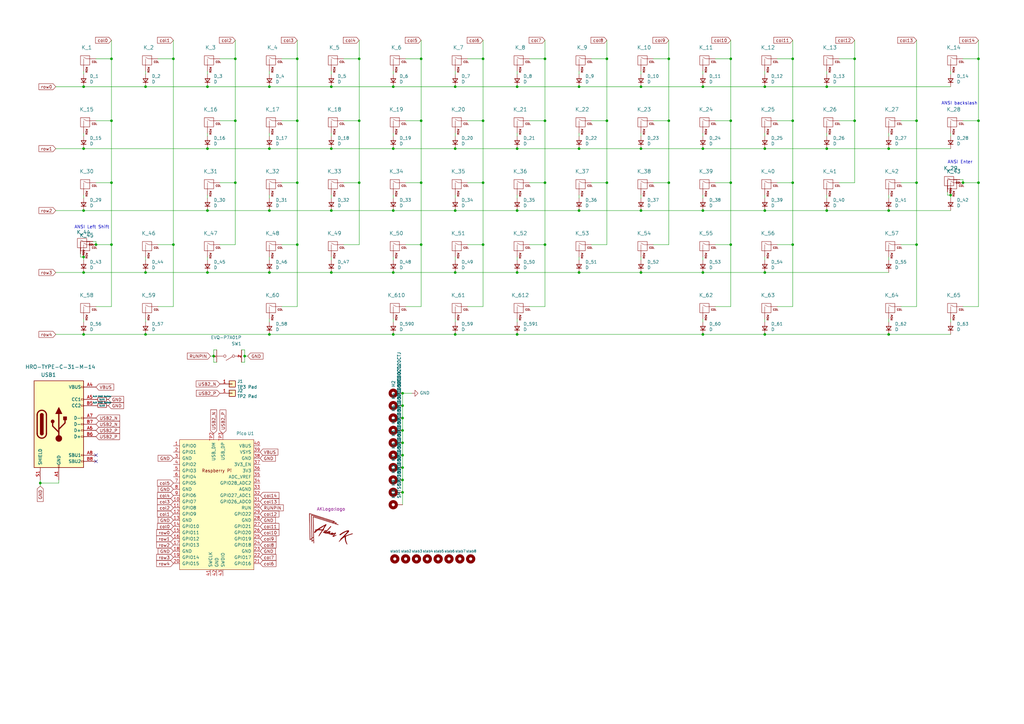
<source format=kicad_sch>
(kicad_sch (version 20211123) (generator eeschema)
  (paper "A3")
  (junction (at 85.09 111.76))
  (junction (at 401.32 74.93))
  (junction (at 299.72 74.93))
  (junction (at 198.12 74.93))
  (junction (at 172.72 49.53))
  (junction (at 198.12 49.53))
  (junction (at 147.32 74.93))
  (junction (at 313.69 86.36))
  (junction (at 165.1 166.37))
  (junction (at 121.92 24.13))
  (junction (at 59.69 35.56))
  (junction (at 375.92 74.93))
  (junction (at 147.32 24.13))
  (junction (at 121.92 49.53))
  (junction (at 339.09 60.96))
  (junction (at 135.89 86.36))
  (junction (at 198.12 100.33))
  (junction (at 161.29 35.56))
  (junction (at 389.89 80.01))
  (junction (at 339.09 86.36))
  (junction (at 350.52 49.53))
  (junction (at 288.29 60.96))
  (junction (at 237.49 35.56))
  (junction (at 212.09 137.16))
  (junction (at 223.52 100.33))
  (junction (at 375.92 49.53))
  (junction (at 401.32 49.53))
  (junction (at 135.89 111.76))
  (junction (at 288.29 35.56))
  (junction (at 96.52 49.53))
  (junction (at 161.29 111.76))
  (junction (at 186.69 35.56))
  (junction (at 248.92 74.93))
  (junction (at 59.69 111.76))
  (junction (at 165.1 196.85))
  (junction (at 45.72 74.93))
  (junction (at 186.69 60.96))
  (junction (at 299.72 49.53))
  (junction (at 212.09 86.36))
  (junction (at 34.29 86.36))
  (junction (at 135.89 60.96))
  (junction (at 165.1 176.53))
  (junction (at 165.1 171.45))
  (junction (at 110.49 60.96))
  (junction (at 165.1 161.29))
  (junction (at 186.69 86.36))
  (junction (at 172.72 74.93))
  (junction (at 198.12 24.13))
  (junction (at 288.29 111.76))
  (junction (at 161.29 137.16))
  (junction (at 248.92 49.53))
  (junction (at 288.29 137.16))
  (junction (at 299.72 24.13))
  (junction (at 299.72 100.33))
  (junction (at 325.12 24.13))
  (junction (at 401.32 24.13))
  (junction (at 71.12 24.13))
  (junction (at 262.89 111.76))
  (junction (at 34.29 137.16))
  (junction (at 110.49 111.76))
  (junction (at 274.32 24.13))
  (junction (at 110.49 35.56))
  (junction (at 100.33 146.05))
  (junction (at 262.89 60.96))
  (junction (at 262.89 86.36))
  (junction (at 71.12 100.33))
  (junction (at 237.49 60.96))
  (junction (at 364.49 137.16))
  (junction (at 87.63 146.05))
  (junction (at 110.49 137.16))
  (junction (at 223.52 24.13))
  (junction (at 34.29 105.41))
  (junction (at 212.09 35.56))
  (junction (at 85.09 86.36))
  (junction (at 212.09 111.76))
  (junction (at 110.49 86.36))
  (junction (at 34.29 35.56))
  (junction (at 96.52 24.13))
  (junction (at 325.12 74.93))
  (junction (at 262.89 35.56))
  (junction (at 16.51 198.12))
  (junction (at 288.29 86.36))
  (junction (at 223.52 74.93))
  (junction (at 325.12 100.33))
  (junction (at 248.92 24.13))
  (junction (at 172.72 24.13))
  (junction (at 161.29 60.96))
  (junction (at 350.52 24.13))
  (junction (at 165.1 186.69))
  (junction (at 364.49 86.36))
  (junction (at 394.97 74.93))
  (junction (at 237.49 86.36))
  (junction (at 186.69 137.16))
  (junction (at 85.09 60.96))
  (junction (at 339.09 35.56))
  (junction (at 45.72 24.13))
  (junction (at 45.72 100.33))
  (junction (at 34.29 60.96))
  (junction (at 223.52 49.53))
  (junction (at 45.72 49.53))
  (junction (at 313.69 111.76))
  (junction (at 364.49 60.96))
  (junction (at 165.1 181.61))
  (junction (at 325.12 49.53))
  (junction (at 274.32 74.93))
  (junction (at 96.52 74.93))
  (junction (at 135.89 35.56))
  (junction (at 237.49 111.76))
  (junction (at 313.69 137.16))
  (junction (at 165.1 201.93))
  (junction (at 121.92 74.93))
  (junction (at 121.92 100.33))
  (junction (at 165.1 191.77))
  (junction (at 313.69 35.56))
  (junction (at 161.29 86.36))
  (junction (at 59.69 137.16))
  (junction (at 172.72 100.33))
  (junction (at 85.09 35.56))
  (junction (at 39.37 100.33))
  (junction (at 375.92 100.33))
  (junction (at 186.69 111.76))
  (junction (at 274.32 49.53))
  (junction (at 212.09 60.96))
  (junction (at 147.32 49.53))
  (junction (at 313.69 60.96))
  (junction (at 34.29 111.76))
  (no_connect (at 39.37 189.23))
  (no_connect (at 39.37 186.69))
  (wire (pts (xy 110.49 29.21) (xy 110.49 30.48)))
  (wire (pts (xy 350.52 24.13) (xy 350.52 49.53)))
  (wire (pts (xy 96.52 100.33) (xy 96.52 74.93)))
  (wire (pts (xy 34.29 105.41) (xy 34.29 106.68)))
  (wire (pts (xy 223.52 74.93) (xy 223.52 49.53)))
  (wire (pts (xy 99.06 143.51) (xy 100.33 143.51)))
  (wire (pts (xy 110.49 35.56) (xy 135.89 35.56)))
  (wire (pts (xy 288.29 111.76) (xy 313.69 111.76)))
  (wire (pts (xy 293.37 74.93) (xy 299.72 74.93)))
  (wire (pts (xy 22.86 137.16) (xy 34.29 137.16)))
  (wire (pts (xy 59.69 105.41) (xy 59.69 106.68)))
  (wire (pts (xy 115.57 24.13) (xy 121.92 24.13)))
  (wire (pts (xy 248.92 74.93) (xy 248.92 49.53)))
  (wire (pts (xy 369.57 100.33) (xy 375.92 100.33)))
  (wire (pts (xy 110.49 86.36) (xy 135.89 86.36)))
  (wire (pts (xy 166.37 125.73) (xy 172.72 125.73)))
  (wire (pts (xy 115.57 49.53) (xy 121.92 49.53)))
  (wire (pts (xy 248.92 100.33) (xy 248.92 74.93)))
  (wire (pts (xy 242.57 100.33) (xy 248.92 100.33)))
  (wire (pts (xy 96.52 24.13) (xy 96.52 49.53)))
  (wire (pts (xy 318.77 49.53) (xy 325.12 49.53)))
  (wire (pts (xy 401.32 24.13) (xy 401.32 49.53)))
  (wire (pts (xy 394.97 125.73) (xy 401.32 125.73)))
  (wire (pts (xy 364.49 86.36) (xy 389.89 86.36)))
  (wire (pts (xy 85.09 54.61) (xy 85.09 55.88)))
  (wire (pts (xy 288.29 35.56) (xy 313.69 35.56)))
  (wire (pts (xy 110.49 54.61) (xy 110.49 55.88)))
  (wire (pts (xy 212.09 60.96) (xy 237.49 60.96)))
  (wire (pts (xy 34.29 35.56) (xy 59.69 35.56)))
  (wire (pts (xy 96.52 16.51) (xy 96.52 24.13)))
  (wire (pts (xy 262.89 54.61) (xy 262.89 55.88)))
  (wire (pts (xy 87.63 146.05) (xy 87.63 143.51)))
  (wire (pts (xy 274.32 24.13) (xy 274.32 49.53)))
  (wire (pts (xy 339.09 80.01) (xy 339.09 81.28)))
  (wire (pts (xy 288.29 60.96) (xy 313.69 60.96)))
  (wire (pts (xy 394.97 73.66) (xy 394.97 74.93)))
  (wire (pts (xy 198.12 125.73) (xy 198.12 100.33)))
  (wire (pts (xy 237.49 105.41) (xy 237.49 106.68)))
  (wire (pts (xy 186.69 54.61) (xy 186.69 55.88)))
  (wire (pts (xy 110.49 80.01) (xy 110.49 81.28)))
  (wire (pts (xy 364.49 105.41) (xy 364.49 106.68)))
  (wire (pts (xy 22.86 35.56) (xy 34.29 35.56)))
  (wire (pts (xy 39.37 100.33) (xy 39.37 99.06)))
  (wire (pts (xy 165.1 191.77) (xy 165.1 186.69)))
  (wire (pts (xy 22.86 60.96) (xy 34.29 60.96)))
  (wire (pts (xy 140.97 74.93) (xy 147.32 74.93)))
  (wire (pts (xy 161.29 54.61) (xy 161.29 55.88)))
  (wire (pts (xy 262.89 105.41) (xy 262.89 106.68)))
  (wire (pts (xy 389.89 80.01) (xy 389.89 81.28)))
  (wire (pts (xy 64.77 24.13) (xy 71.12 24.13)))
  (wire (pts (xy 339.09 86.36) (xy 364.49 86.36)))
  (wire (pts (xy 45.72 100.33) (xy 45.72 74.93)))
  (wire (pts (xy 267.97 74.93) (xy 274.32 74.93)))
  (wire (pts (xy 325.12 74.93) (xy 325.12 49.53)))
  (wire (pts (xy 191.77 49.53) (xy 198.12 49.53)))
  (wire (pts (xy 401.32 16.51) (xy 401.32 24.13)))
  (wire (pts (xy 313.69 137.16) (xy 364.49 137.16)))
  (wire (pts (xy 389.89 80.01) (xy 388.62 80.01)))
  (wire (pts (xy 34.29 137.16) (xy 59.69 137.16)))
  (wire (pts (xy 172.72 24.13) (xy 172.72 49.53)))
  (wire (pts (xy 147.32 24.13) (xy 147.32 49.53)))
  (wire (pts (xy 313.69 130.81) (xy 313.69 132.08)))
  (wire (pts (xy 318.77 100.33) (xy 325.12 100.33)))
  (wire (pts (xy 339.09 54.61) (xy 339.09 55.88)))
  (wire (pts (xy 364.49 80.01) (xy 364.49 81.28)))
  (wire (pts (xy 165.1 161.29) (xy 168.91 161.29)))
  (wire (pts (xy 288.29 29.21) (xy 288.29 30.48)))
  (wire (pts (xy 59.69 35.56) (xy 85.09 35.56)))
  (wire (pts (xy 325.12 100.33) (xy 325.12 74.93)))
  (wire (pts (xy 16.51 198.12) (xy 24.13 198.12)))
  (wire (pts (xy 325.12 16.51) (xy 325.12 24.13)))
  (wire (pts (xy 318.77 24.13) (xy 325.12 24.13)))
  (wire (pts (xy 212.09 54.61) (xy 212.09 55.88)))
  (wire (pts (xy 34.29 111.76) (xy 59.69 111.76)))
  (wire (pts (xy 45.72 125.73) (xy 45.72 100.33)))
  (wire (pts (xy 350.52 74.93) (xy 350.52 49.53)))
  (wire (pts (xy 288.29 54.61) (xy 288.29 55.88)))
  (wire (pts (xy 394.97 24.13) (xy 401.32 24.13)))
  (wire (pts (xy 212.09 111.76) (xy 237.49 111.76)))
  (wire (pts (xy 288.29 137.16) (xy 313.69 137.16)))
  (wire (pts (xy 110.49 105.41) (xy 110.49 106.68)))
  (wire (pts (xy 212.09 105.41) (xy 212.09 106.68)))
  (wire (pts (xy 165.1 166.37) (xy 165.1 161.29)))
  (wire (pts (xy 242.57 49.53) (xy 248.92 49.53)))
  (wire (pts (xy 217.17 74.93) (xy 223.52 74.93)))
  (wire (pts (xy 198.12 24.13) (xy 198.12 49.53)))
  (wire (pts (xy 212.09 29.21) (xy 212.09 30.48)))
  (wire (pts (xy 121.92 24.13) (xy 121.92 49.53)))
  (wire (pts (xy 87.63 146.05) (xy 87.63 148.59)))
  (wire (pts (xy 267.97 49.53) (xy 274.32 49.53)))
  (wire (pts (xy 339.09 35.56) (xy 389.89 35.56)))
  (wire (pts (xy 39.37 24.13) (xy 45.72 24.13)))
  (wire (pts (xy 140.97 24.13) (xy 147.32 24.13)))
  (wire (pts (xy 85.09 60.96) (xy 110.49 60.96)))
  (wire (pts (xy 147.32 100.33) (xy 147.32 74.93)))
  (wire (pts (xy 39.37 100.33) (xy 45.72 100.33)))
  (wire (pts (xy 237.49 86.36) (xy 262.89 86.36)))
  (wire (pts (xy 135.89 111.76) (xy 161.29 111.76)))
  (wire (pts (xy 242.57 74.93) (xy 248.92 74.93)))
  (wire (pts (xy 299.72 24.13) (xy 299.72 49.53)))
  (wire (pts (xy 369.57 49.53) (xy 375.92 49.53)))
  (wire (pts (xy 389.89 54.61) (xy 389.89 55.88)))
  (wire (pts (xy 16.51 198.12) (xy 16.51 196.85)))
  (wire (pts (xy 135.89 29.21) (xy 135.89 30.48)))
  (wire (pts (xy 313.69 29.21) (xy 313.69 30.48)))
  (wire (pts (xy 85.09 86.36) (xy 110.49 86.36)))
  (wire (pts (xy 121.92 125.73) (xy 121.92 100.33)))
  (wire (pts (xy 267.97 100.33) (xy 274.32 100.33)))
  (wire (pts (xy 288.29 86.36) (xy 313.69 86.36)))
  (wire (pts (xy 325.12 125.73) (xy 325.12 100.33)))
  (wire (pts (xy 274.32 74.93) (xy 274.32 49.53)))
  (wire (pts (xy 274.32 16.51) (xy 274.32 24.13)))
  (wire (pts (xy 165.1 186.69) (xy 165.1 181.61)))
  (wire (pts (xy 110.49 137.16) (xy 161.29 137.16)))
  (wire (pts (xy 90.17 100.33) (xy 96.52 100.33)))
  (wire (pts (xy 121.92 100.33) (xy 121.92 74.93)))
  (wire (pts (xy 161.29 29.21) (xy 161.29 30.48)))
  (wire (pts (xy 299.72 16.51) (xy 299.72 24.13)))
  (wire (pts (xy 242.57 24.13) (xy 248.92 24.13)))
  (wire (pts (xy 34.29 130.81) (xy 34.29 132.08)))
  (wire (pts (xy 186.69 80.01) (xy 186.69 81.28)))
  (wire (pts (xy 24.13 198.12) (xy 24.13 196.85)))
  (wire (pts (xy 313.69 54.61) (xy 313.69 55.88)))
  (wire (pts (xy 165.1 176.53) (xy 165.1 171.45)))
  (wire (pts (xy 293.37 24.13) (xy 299.72 24.13)))
  (wire (pts (xy 237.49 35.56) (xy 262.89 35.56)))
  (wire (pts (xy 393.7 73.66) (xy 394.97 73.66)))
  (wire (pts (xy 186.69 86.36) (xy 212.09 86.36)))
  (wire (pts (xy 101.6 146.05) (xy 100.33 146.05)))
  (wire (pts (xy 191.77 24.13) (xy 198.12 24.13)))
  (wire (pts (xy 161.29 60.96) (xy 186.69 60.96)))
  (wire (pts (xy 135.89 54.61) (xy 135.89 55.88)))
  (wire (pts (xy 262.89 29.21) (xy 262.89 30.48)))
  (wire (pts (xy 166.37 24.13) (xy 172.72 24.13)))
  (wire (pts (xy 293.37 125.73) (xy 299.72 125.73)))
  (wire (pts (xy 147.32 74.93) (xy 147.32 49.53)))
  (wire (pts (xy 248.92 24.13) (xy 248.92 49.53)))
  (wire (pts (xy 100.33 146.05) (xy 100.33 148.59)))
  (wire (pts (xy 39.37 49.53) (xy 45.72 49.53)))
  (wire (pts (xy 237.49 29.21) (xy 237.49 30.48)))
  (wire (pts (xy 140.97 100.33) (xy 147.32 100.33)))
  (wire (pts (xy 147.32 16.51) (xy 147.32 24.13)))
  (wire (pts (xy 394.97 74.93) (xy 401.32 74.93)))
  (wire (pts (xy 161.29 132.08) (xy 161.29 130.81)))
  (wire (pts (xy 318.77 74.93) (xy 325.12 74.93)))
  (wire (pts (xy 135.89 86.36) (xy 161.29 86.36)))
  (wire (pts (xy 262.89 60.96) (xy 288.29 60.96)))
  (wire (pts (xy 85.09 80.01) (xy 85.09 81.28)))
  (wire (pts (xy 64.77 100.33) (xy 71.12 100.33)))
  (wire (pts (xy 191.77 100.33) (xy 198.12 100.33)))
  (wire (pts (xy 34.29 60.96) (xy 85.09 60.96)))
  (wire (pts (xy 375.92 16.51) (xy 375.92 49.53)))
  (wire (pts (xy 223.52 125.73) (xy 223.52 100.33)))
  (wire (pts (xy 313.69 35.56) (xy 339.09 35.56)))
  (wire (pts (xy 34.29 29.21) (xy 34.29 30.48)))
  (wire (pts (xy 191.77 74.93) (xy 198.12 74.93)))
  (wire (pts (xy 34.29 80.01) (xy 34.29 81.28)))
  (wire (pts (xy 110.49 111.76) (xy 135.89 111.76)))
  (wire (pts (xy 375.92 74.93) (xy 375.92 49.53)))
  (wire (pts (xy 344.17 74.93) (xy 350.52 74.93)))
  (wire (pts (xy 212.09 86.36) (xy 237.49 86.36)))
  (wire (pts (xy 198.12 100.33) (xy 198.12 74.93)))
  (wire (pts (xy 212.09 35.56) (xy 237.49 35.56)))
  (wire (pts (xy 186.69 105.41) (xy 186.69 106.68)))
  (wire (pts (xy 186.69 60.96) (xy 212.09 60.96)))
  (wire (pts (xy 59.69 29.21) (xy 59.69 30.48)))
  (wire (pts (xy 85.09 35.56) (xy 110.49 35.56)))
  (wire (pts (xy 90.17 24.13) (xy 96.52 24.13)))
  (wire (pts (xy 191.77 125.73) (xy 198.12 125.73)))
  (wire (pts (xy 96.52 74.93) (xy 96.52 49.53)))
  (wire (pts (xy 262.89 111.76) (xy 288.29 111.76)))
  (wire (pts (xy 90.17 49.53) (xy 96.52 49.53)))
  (wire (pts (xy 115.57 74.93) (xy 121.92 74.93)))
  (wire (pts (xy 166.37 100.33) (xy 172.72 100.33)))
  (wire (pts (xy 161.29 86.36) (xy 186.69 86.36)))
  (wire (pts (xy 85.09 29.21) (xy 85.09 30.48)))
  (wire (pts (xy 140.97 49.53) (xy 147.32 49.53)))
  (wire (pts (xy 39.37 125.73) (xy 45.72 125.73)))
  (wire (pts (xy 33.02 105.41) (xy 33.02 104.14)))
  (wire (pts (xy 100.33 143.51) (xy 100.33 146.05)))
  (wire (pts (xy 369.57 125.73) (xy 375.92 125.73)))
  (wire (pts (xy 223.52 16.51) (xy 223.52 24.13)))
  (wire (pts (xy 339.09 29.21) (xy 339.09 30.48)))
  (wire (pts (xy 71.12 125.73) (xy 71.12 100.33)))
  (wire (pts (xy 394.97 49.53) (xy 401.32 49.53)))
  (wire (pts (xy 45.72 74.93) (xy 45.72 49.53)))
  (wire (pts (xy 262.89 86.36) (xy 288.29 86.36)))
  (wire (pts (xy 325.12 24.13) (xy 325.12 49.53)))
  (wire (pts (xy 34.29 54.61) (xy 34.29 55.88)))
  (wire (pts (xy 135.89 60.96) (xy 161.29 60.96)))
  (wire (pts (xy 364.49 60.96) (xy 389.89 60.96)))
  (wire (pts (xy 364.49 54.61) (xy 364.49 55.88)))
  (wire (pts (xy 165.1 171.45) (xy 165.1 166.37)))
  (wire (pts (xy 223.52 24.13) (xy 223.52 49.53)))
  (wire (pts (xy 313.69 60.96) (xy 339.09 60.96)))
  (wire (pts (xy 85.09 105.41) (xy 85.09 106.68)))
  (wire (pts (xy 86.36 146.05) (xy 87.63 146.05)))
  (wire (pts (xy 172.72 125.73) (xy 172.72 100.33)))
  (wire (pts (xy 135.89 105.41) (xy 135.89 106.68)))
  (wire (pts (xy 110.49 60.96) (xy 135.89 60.96)))
  (wire (pts (xy 223.52 100.33) (xy 223.52 74.93)))
  (wire (pts (xy 135.89 80.01) (xy 135.89 81.28)))
  (wire (pts (xy 186.69 29.21) (xy 186.69 30.48)))
  (wire (pts (xy 288.29 130.81) (xy 288.29 132.08)))
  (wire (pts (xy 39.37 74.93) (xy 45.72 74.93)))
  (wire (pts (xy 344.17 24.13) (xy 350.52 24.13)))
  (wire (pts (xy 34.29 86.36) (xy 85.09 86.36)))
  (wire (pts (xy 198.12 16.51) (xy 198.12 24.13)))
  (wire (pts (xy 237.49 80.01) (xy 237.49 81.28)))
  (wire (pts (xy 313.69 111.76) (xy 364.49 111.76)))
  (wire (pts (xy 39.37 99.06) (xy 38.1 99.06)))
  (wire (pts (xy 172.72 74.93) (xy 172.72 49.53)))
  (wire (pts (xy 99.06 148.59) (xy 100.33 148.59)))
  (wire (pts (xy 237.49 54.61) (xy 237.49 55.88)))
  (wire (pts (xy 161.29 35.56) (xy 186.69 35.56)))
  (wire (pts (xy 389.89 29.21) (xy 389.89 30.48)))
  (wire (pts (xy 212.09 137.16) (xy 288.29 137.16)))
  (wire (pts (xy 165.1 196.85) (xy 165.1 191.77)))
  (wire (pts (xy 217.17 125.73) (xy 223.52 125.73)))
  (wire (pts (xy 115.57 100.33) (xy 121.92 100.33)))
  (wire (pts (xy 172.72 100.33) (xy 172.72 74.93)))
  (wire (pts (xy 344.17 49.53) (xy 350.52 49.53)))
  (wire (pts (xy 22.86 86.36) (xy 34.29 86.36)))
  (wire (pts (xy 165.1 201.93) (xy 165.1 196.85)))
  (wire (pts (xy 64.77 125.73) (xy 71.12 125.73)))
  (wire (pts (xy 212.09 80.01) (xy 212.09 81.28)))
  (wire (pts (xy 166.37 49.53) (xy 172.72 49.53)))
  (wire (pts (xy 313.69 86.36) (xy 339.09 86.36)))
  (wire (pts (xy 299.72 125.73) (xy 299.72 100.33)))
  (wire (pts (xy 299.72 100.33) (xy 299.72 74.93)))
  (wire (pts (xy 262.89 80.01) (xy 262.89 81.28)))
  (wire (pts (xy 217.17 100.33) (xy 223.52 100.33)))
  (wire (pts (xy 198.12 74.93) (xy 198.12 49.53)))
  (wire (pts (xy 293.37 49.53) (xy 299.72 49.53)))
  (wire (pts (xy 34.29 105.41) (xy 33.02 105.41)))
  (wire (pts (xy 262.89 35.56) (xy 288.29 35.56)))
  (wire (pts (xy 364.49 130.81) (xy 364.49 132.08)))
  (wire (pts (xy 45.72 16.51) (xy 45.72 24.13)))
  (wire (pts (xy 313.69 80.01) (xy 313.69 81.28)))
  (wire (pts (xy 165.1 207.01) (xy 165.1 201.93)))
  (wire (pts (xy 237.49 60.96) (xy 262.89 60.96)))
  (wire (pts (xy 212.09 132.08) (xy 212.09 130.81)))
  (wire (pts (xy 135.89 35.56) (xy 161.29 35.56)))
  (wire (pts (xy 121.92 74.93) (xy 121.92 49.53)))
  (wire (pts (xy 45.72 24.13) (xy 45.72 49.53)))
  (wire (pts (xy 85.09 111.76) (xy 110.49 111.76)))
  (wire (pts (xy 166.37 74.93) (xy 172.72 74.93)))
  (wire (pts (xy 22.86 111.76) (xy 34.29 111.76)))
  (wire (pts (xy 186.69 130.81) (xy 186.69 132.08)))
  (wire (pts (xy 161.29 80.01) (xy 161.29 81.28)))
  (wire (pts (xy 237.49 111.76) (xy 262.89 111.76)))
  (wire (pts (xy 318.77 125.73) (xy 325.12 125.73)))
  (wire (pts (xy 293.37 100.33) (xy 299.72 100.33)))
  (wire (pts (xy 16.51 199.39) (xy 16.51 198.12)))
  (wire (pts (xy 288.29 105.41) (xy 288.29 106.68)))
  (wire (pts (xy 350.52 16.51) (xy 350.52 24.13)))
  (wire (pts (xy 388.62 80.01) (xy 388.62 78.74)))
  (wire (pts (xy 87.63 148.59) (xy 88.9 148.59)))
  (wire (pts (xy 299.72 74.93) (xy 299.72 49.53)))
  (wire (pts (xy 165.1 181.61) (xy 165.1 176.53)))
  (wire (pts (xy 339.09 60.96) (xy 364.49 60.96)))
  (wire (pts (xy 59.69 111.76) (xy 85.09 111.76)))
  (wire (pts (xy 401.32 125.73) (xy 401.32 74.93)))
  (wire (pts (xy 364.49 137.16) (xy 389.89 137.16)))
  (wire (pts (xy 186.69 35.56) (xy 212.09 35.56)))
  (wire (pts (xy 115.57 125.73) (xy 121.92 125.73)))
  (wire (pts (xy 389.89 130.81) (xy 389.89 132.08)))
  (wire (pts (xy 161.29 105.41) (xy 161.29 106.68)))
  (wire (pts (xy 186.69 137.16) (xy 212.09 137.16)))
  (wire (pts (xy 172.72 16.51) (xy 172.72 24.13)))
  (wire (pts (xy 313.69 105.41) (xy 313.69 106.68)))
  (wire (pts (xy 375.92 100.33) (xy 375.92 74.93)))
  (wire (pts (xy 71.12 16.51) (xy 71.12 24.13)))
  (wire (pts (xy 110.49 130.81) (xy 110.49 132.08)))
  (wire (pts (xy 401.32 49.53) (xy 401.32 74.93)))
  (wire (pts (xy 59.69 130.81) (xy 59.69 132.08)))
  (wire (pts (xy 90.17 74.93) (xy 96.52 74.93)))
  (wire (pts (xy 217.17 24.13) (xy 223.52 24.13)))
  (wire (pts (xy 375.92 125.73) (xy 375.92 100.33)))
  (wire (pts (xy 369.57 74.93) (xy 375.92 74.93)))
  (wire (pts (xy 186.69 111.76) (xy 212.09 111.76)))
  (wire (pts (xy 274.32 100.33) (xy 274.32 74.93)))
  (wire (pts (xy 121.92 16.51) (xy 121.92 24.13)))
  (wire (pts (xy 248.92 16.51) (xy 248.92 24.13)))
  (wire (pts (xy 161.29 111.76) (xy 186.69 111.76)))
  (wire (pts (xy 288.29 80.01) (xy 288.29 81.28)))
  (wire (pts (xy 87.63 143.51) (xy 88.9 143.51)))
  (wire (pts (xy 71.12 24.13) (xy 71.12 100.33)))
  (wire (pts (xy 59.69 137.16) (xy 110.49 137.16)))
  (wire (pts (xy 161.29 137.16) (xy 186.69 137.16)))
  (wire (pts (xy 267.97 24.13) (xy 274.32 24.13)))
  (wire (pts (xy 217.17 49.53) (xy 223.52 49.53)))
  (text "ANSI Left Shift" (at 30.48 93.98 0) (effects (font (size 1.27 1.27)) (justify left bottom)))
  (text "ANSI backslash" (at 386.08 43.18 0) (effects (font (size 1.27 1.27)) (justify left bottom)))
  (text "ANSI Enter" (at 388.62 67.31 0) (effects (font (size 1.27 1.27)) (justify left bottom)))
  (global_label "col1" (shape input) (at 71.12 16.51 180) (property "Intersheet References" "${INTERSHEET_REFS}" (effects hide)))
  (global_label "col2" (shape input) (at 71.12 208.28 180) (property "Intersheet References" "${INTERSHEET_REFS}" (effects hide)))
  (global_label "row3" (shape input) (at 71.12 228.6 180) (property "Intersheet References" "${INTERSHEET_REFS}" (effects hide)))
  (global_label "col13" (shape input) (at 375.92 16.51 180) (property "Intersheet References" "${INTERSHEET_REFS}" (effects hide)))
  (global_label "col12" (shape input) (at 106.68 210.82 0) (property "Intersheet References" "${INTERSHEET_REFS}" (effects hide)))
  (global_label "GND" (shape input) (at 44.45 166.37 0) (property "Intersheet References" "${INTERSHEET_REFS}" (effects hide)))
  (global_label "col4" (shape input) (at 71.12 203.2 180) (property "Intersheet References" "${INTERSHEET_REFS}" (effects hide)))
  (global_label "USB2_P" (shape input) (at 39.37 179.07 0) (property "Intersheet References" "${INTERSHEET_REFS}" (effects hide)))
  (global_label "col9" (shape input) (at 274.32 16.51 180) (property "Intersheet References" "${INTERSHEET_REFS}" (effects hide)))
  (global_label "RUNPIN" (shape input) (at 106.68 208.28 0) (property "Intersheet References" "${INTERSHEET_REFS}" (effects hide)))
  (global_label "row2" (shape input) (at 22.86 86.36 180) (property "Intersheet References" "${INTERSHEET_REFS}" (effects hide)))
  (global_label "row2" (shape input) (at 71.12 223.52 180) (property "Intersheet References" "${INTERSHEET_REFS}" (effects hide)))
  (global_label "col8" (shape input) (at 106.68 223.52 0) (property "Intersheet References" "${INTERSHEET_REFS}" (effects hide)))
  (global_label "RUNPIN" (shape input) (at 86.36 146.05 180) (property "Intersheet References" "${INTERSHEET_REFS}" (effects hide)))
  (global_label "col6" (shape input) (at 106.68 231.14 0) (property "Intersheet References" "${INTERSHEET_REFS}" (effects hide)))
  (global_label "GND" (shape input) (at 44.45 163.83 0) (property "Intersheet References" "${INTERSHEET_REFS}" (effects hide)))
  (global_label "col5" (shape input) (at 172.72 16.51 180) (property "Intersheet References" "${INTERSHEET_REFS}" (effects hide)))
  (global_label "row0" (shape input) (at 22.86 35.56 180) (property "Intersheet References" "${INTERSHEET_REFS}" (effects hide)))
  (global_label "USB2_N" (shape input) (at 39.37 171.45 0) (property "Intersheet References" "${INTERSHEET_REFS}" (effects hide)))
  (global_label "col10" (shape input) (at 299.72 16.51 180) (property "Intersheet References" "${INTERSHEET_REFS}" (effects hide)))
  (global_label "GND" (shape input) (at 71.12 187.96 180) (property "Intersheet References" "${INTERSHEET_REFS}" (effects hide)))
  (global_label "row3" (shape input) (at 22.86 111.76 180) (property "Intersheet References" "${INTERSHEET_REFS}" (effects hide)))
  (global_label "row1" (shape input) (at 71.12 220.98 180) (property "Intersheet References" "${INTERSHEET_REFS}" (effects hide)))
  (global_label "col9" (shape input) (at 106.68 220.98 0) (property "Intersheet References" "${INTERSHEET_REFS}" (effects hide)))
  (global_label "GND" (shape input) (at 101.6 146.05 0) (property "Intersheet References" "${INTERSHEET_REFS}" (effects hide)))
  (global_label "row4" (shape input) (at 22.86 137.16 180) (property "Intersheet References" "${INTERSHEET_REFS}" (effects hide)))
  (global_label "row4" (shape input) (at 71.12 231.14 180) (property "Intersheet References" "${INTERSHEET_REFS}" (effects hide)))
  (global_label "col4" (shape input) (at 147.32 16.51 180) (property "Intersheet References" "${INTERSHEET_REFS}" (effects hide)))
  (global_label "col10" (shape input) (at 106.68 218.44 0) (property "Intersheet References" "${INTERSHEET_REFS}" (effects hide)))
  (global_label "GND" (shape input) (at 106.68 187.96 0) (property "Intersheet References" "${INTERSHEET_REFS}" (effects hide)))
  (global_label "col11" (shape input) (at 325.12 16.51 180) (property "Intersheet References" "${INTERSHEET_REFS}" (effects hide)))
  (global_label "VBUS" (shape input) (at 39.37 158.75 0) (property "Intersheet References" "${INTERSHEET_REFS}" (effects hide)))
  (global_label "col7" (shape input) (at 223.52 16.51 180) (property "Intersheet References" "${INTERSHEET_REFS}" (effects hide)))
  (global_label "col12" (shape input) (at 350.52 16.51 180) (property "Intersheet References" "${INTERSHEET_REFS}" (effects hide)))
  (global_label "col3" (shape input) (at 71.12 205.74 180) (property "Intersheet References" "${INTERSHEET_REFS}" (effects hide)))
  (global_label "GND" (shape input) (at 106.68 213.36 0) (property "Intersheet References" "${INTERSHEET_REFS}" (effects hide)))
  (global_label "col14" (shape input) (at 106.68 203.2 0) (property "Intersheet References" "${INTERSHEET_REFS}" (effects hide)))
  (global_label "row0" (shape input) (at 71.12 218.44 180) (property "Intersheet References" "${INTERSHEET_REFS}" (effects hide)))
  (global_label "USB2_P" (shape input) (at 90.17 161.29 180) (property "Intersheet References" "${INTERSHEET_REFS}" (effects hide)))
  (global_label "GND" (shape input) (at 71.12 213.36 180) (property "Intersheet References" "${INTERSHEET_REFS}" (effects hide)))
  (global_label "USB2_P" (shape input) (at 91.44 177.8 90) (property "Intersheet References" "${INTERSHEET_REFS}" (effects hide)))
  (global_label "GND" (shape input) (at 71.12 200.66 180) (property "Intersheet References" "${INTERSHEET_REFS}" (effects hide)))
  (global_label "GND" (shape input) (at 71.12 226.06 180) (property "Intersheet References" "${INTERSHEET_REFS}" (effects hide)))
  (global_label "GND" (shape input) (at 106.68 226.06 0) (property "Intersheet References" "${INTERSHEET_REFS}" (effects hide)))
  (global_label "USB2_N" (shape input) (at 39.37 173.99 0) (property "Intersheet References" "${INTERSHEET_REFS}" (effects hide)))
  (global_label "USB2_N" (shape input) (at 90.17 157.48 180) (property "Intersheet References" "${INTERSHEET_REFS}" (effects hide)))
  (global_label "col5" (shape input) (at 71.12 198.12 180) (property "Intersheet References" "${INTERSHEET_REFS}" (effects hide)))
  (global_label "col0" (shape input) (at 71.12 215.9 180) (property "Intersheet References" "${INTERSHEET_REFS}" (effects hide)))
  (global_label "col3" (shape input) (at 121.92 16.51 180) (property "Intersheet References" "${INTERSHEET_REFS}" (effects hide)))
  (global_label "col7" (shape input) (at 106.68 228.6 0) (property "Intersheet References" "${INTERSHEET_REFS}" (effects hide)))
  (global_label "col13" (shape input) (at 106.68 205.74 0) (property "Intersheet References" "${INTERSHEET_REFS}" (effects hide)))
  (global_label "col1" (shape input) (at 71.12 210.82 180) (property "Intersheet References" "${INTERSHEET_REFS}" (effects hide)))
  (global_label "col6" (shape input) (at 198.12 16.51 180) (property "Intersheet References" "${INTERSHEET_REFS}" (effects hide)))
  (global_label "row1" (shape input) (at 22.86 60.96 180) (property "Intersheet References" "${INTERSHEET_REFS}" (effects hide)))
  (global_label "col0" (shape input) (at 45.72 16.51 180) (property "Intersheet References" "${INTERSHEET_REFS}" (effects hide)))
  (global_label "col2" (shape input) (at 96.52 16.51 180) (property "Intersheet References" "${INTERSHEET_REFS}" (effects hide)))
  (global_label "col11" (shape input) (at 106.68 215.9 0) (property "Intersheet References" "${INTERSHEET_REFS}" (effects hide)))
  (global_label "USB2_P" (shape input) (at 39.37 176.53 0) (property "Intersheet References" "${INTERSHEET_REFS}" (effects hide)))
  (global_label "USB2_N" (shape input) (at 87.63 177.8 90) (property "Intersheet References" "${INTERSHEET_REFS}" (effects hide)))
  (global_label "col8" (shape input) (at 248.92 16.51 180) (property "Intersheet References" "${INTERSHEET_REFS}" (effects hide)))
  (global_label "VBUS" (shape input) (at 106.68 185.42 0) (property "Intersheet References" "${INTERSHEET_REFS}" (effects hide)))
  (global_label "GND" (shape input) (at 16.51 199.39 270) (property "Intersheet References" "${INTERSHEET_REFS}" (effects hide)))
  (global_label "col14" (shape input) (at 401.32 16.51 180) (property "Intersheet References" "${INTERSHEET_REFS}" (effects hide)))
  (symbol (lib_id "MX_Alps_Hybrid:MX-NoLED") (at 35.56 25.4 0) (unit 1)
    (property "Reference" "K_1" (at 35.56 19.4818 0) (effects (font (size 1.524 1.524))))
    (property "Value" "KEYSW" (effects hide))
    (property "Footprint" "MX_Only:MXOnly-1U-NoLED" (effects hide))
  )
  (symbol (lib_id "Device:D_Small") (at 59.69 33.02 90) (unit 1)
    (property "Reference" "D_2" (at 62.23 31.242 90) (effects (justify right)))
    (property "Value" "D" (at 62.23 33.528 90) (effects (justify right)))
    (property "Footprint" "Diode_THT:D_DO-35_SOD27_P7.62mm_Horizontal" (effects hide))
  )
  (symbol (lib_id "MX_Alps_Hybrid:MX-NoLED") (at 60.96 25.4 0) (unit 1)
    (property "Reference" "K_2" (at 60.96 19.4818 0) (effects (font (size 1.524 1.524))))
    (property "Value" "KEYSW" (effects hide))
    (property "Footprint" "MX_Only:MXOnly-1U-NoLED" (effects hide))
  )
  (symbol (lib_id "Device:D_Small") (at 85.09 33.02 90) (unit 1)
    (property "Reference" "D_3" (at 87.63 31.242 90) (effects (justify right)))
    (property "Value" "D" (at 87.63 33.528 90) (effects (justify right)))
    (property "Footprint" "Diode_THT:D_DO-35_SOD27_P7.62mm_Horizontal" (effects hide))
  )
  (symbol (lib_id "MX_Alps_Hybrid:MX-NoLED") (at 86.36 25.4 0) (unit 1)
    (property "Reference" "K_3" (at 86.36 19.4818 0) (effects (font (size 1.524 1.524))))
    (property "Value" "KEYSW" (effects hide))
    (property "Footprint" "MX_Only:MXOnly-1U-NoLED" (effects hide))
  )
  (symbol (lib_id "Device:D_Small") (at 110.49 33.02 90) (unit 1)
    (property "Reference" "D_4" (at 113.03 31.242 90) (effects (justify right)))
    (property "Value" "D" (at 113.03 33.528 90) (effects (justify right)))
    (property "Footprint" "Diode_THT:D_DO-35_SOD27_P7.62mm_Horizontal" (effects hide))
  )
  (symbol (lib_id "MX_Alps_Hybrid:MX-NoLED") (at 111.76 25.4 0) (unit 1)
    (property "Reference" "K_4" (at 111.76 19.4818 0) (effects (font (size 1.524 1.524))))
    (property "Value" "KEYSW" (effects hide))
    (property "Footprint" "MX_Only:MXOnly-1U-NoLED" (effects hide))
  )
  (symbol (lib_id "Device:D_Small") (at 135.89 33.02 90) (unit 1)
    (property "Reference" "D_5" (at 138.43 31.242 90) (effects (justify right)))
    (property "Value" "D" (at 138.43 33.528 90) (effects (justify right)))
    (property "Footprint" "Diode_THT:D_DO-35_SOD27_P7.62mm_Horizontal" (effects hide))
  )
  (symbol (lib_id "MX_Alps_Hybrid:MX-NoLED") (at 137.16 25.4 0) (unit 1)
    (property "Reference" "K_5" (at 137.16 19.4818 0) (effects (font (size 1.524 1.524))))
    (property "Value" "KEYSW" (effects hide))
    (property "Footprint" "MX_Only:MXOnly-1U-NoLED" (effects hide))
  )
  (symbol (lib_id "Device:D_Small") (at 161.29 33.02 90) (unit 1)
    (property "Reference" "D_6" (at 163.83 31.242 90) (effects (justify right)))
    (property "Value" "D" (at 163.83 33.528 90) (effects (justify right)))
    (property "Footprint" "Diode_THT:D_DO-35_SOD27_P7.62mm_Horizontal" (effects hide))
  )
  (symbol (lib_id "MX_Alps_Hybrid:MX-NoLED") (at 162.56 25.4 0) (unit 1)
    (property "Reference" "K_6" (at 162.56 19.4818 0) (effects (font (size 1.524 1.524))))
    (property "Value" "KEYSW" (effects hide))
    (property "Footprint" "MX_Only:MXOnly-1U-NoLED" (effects hide))
  )
  (symbol (lib_id "Device:D_Small") (at 186.69 33.02 90) (unit 1)
    (property "Reference" "D_7" (at 189.23 31.242 90) (effects (justify right)))
    (property "Value" "D" (at 189.23 33.528 90) (effects (justify right)))
    (property "Footprint" "Diode_THT:D_DO-35_SOD27_P7.62mm_Horizontal" (effects hide))
  )
  (symbol (lib_id "MX_Alps_Hybrid:MX-NoLED") (at 187.96 25.4 0) (unit 1)
    (property "Reference" "K_7" (at 187.96 19.4818 0) (effects (font (size 1.524 1.524))))
    (property "Value" "KEYSW" (effects hide))
    (property "Footprint" "MX_Only:MXOnly-1U-NoLED" (effects hide))
  )
  (symbol (lib_id "Device:D_Small") (at 212.09 33.02 90) (unit 1)
    (property "Reference" "D_8" (at 214.63 31.242 90) (effects (justify right)))
    (property "Value" "D" (at 214.63 33.528 90) (effects (justify right)))
    (property "Footprint" "Diode_THT:D_DO-35_SOD27_P7.62mm_Horizontal" (effects hide))
  )
  (symbol (lib_id "MX_Alps_Hybrid:MX-NoLED") (at 213.36 25.4 0) (unit 1)
    (property "Reference" "K_8" (at 213.36 19.4818 0) (effects (font (size 1.524 1.524))))
    (property "Value" "KEYSW" (effects hide))
    (property "Footprint" "MX_Only:MXOnly-1U-NoLED" (effects hide))
  )
  (symbol (lib_id "Device:D_Small") (at 237.49 33.02 90) (unit 1)
    (property "Reference" "D_9" (at 240.03 31.242 90) (effects (justify right)))
    (property "Value" "D" (at 240.03 33.528 90) (effects (justify right)))
    (property "Footprint" "Diode_THT:D_DO-35_SOD27_P7.62mm_Horizontal" (effects hide))
  )
  (symbol (lib_id "MX_Alps_Hybrid:MX-NoLED") (at 238.76 25.4 0) (unit 1)
    (property "Reference" "K_9" (at 238.76 19.4818 0) (effects (font (size 1.524 1.524))))
    (property "Value" "KEYSW" (effects hide))
    (property "Footprint" "MX_Only:MXOnly-1U-NoLED" (effects hide))
  )
  (symbol (lib_id "Device:D_Small") (at 262.89 33.02 90) (unit 1)
    (property "Reference" "D_10" (at 265.43 31.242 90) (effects (justify right)))
    (property "Value" "D" (at 265.43 33.528 90) (effects (justify right)))
    (property "Footprint" "Diode_THT:D_DO-35_SOD27_P7.62mm_Horizontal" (effects hide))
  )
  (symbol (lib_id "MX_Alps_Hybrid:MX-NoLED") (at 264.16 25.4 0) (unit 1)
    (property "Reference" "K_10" (at 264.16 19.4818 0) (effects (font (size 1.524 1.524))))
    (property "Value" "KEYSW" (effects hide))
    (property "Footprint" "MX_Only:MXOnly-1U-NoLED" (effects hide))
  )
  (symbol (lib_id "Device:D_Small") (at 288.29 33.02 90) (unit 1)
    (property "Reference" "D_11" (at 290.83 31.242 90) (effects (justify right)))
    (property "Value" "D" (at 290.83 33.528 90) (effects (justify right)))
    (property "Footprint" "Diode_THT:D_DO-35_SOD27_P7.62mm_Horizontal" (effects hide))
  )
  (symbol (lib_id "MX_Alps_Hybrid:MX-NoLED") (at 289.56 25.4 0) (unit 1)
    (property "Reference" "K_11" (at 289.56 19.4818 0) (effects (font (size 1.524 1.524))))
    (property "Value" "KEYSW" (effects hide))
    (property "Footprint" "MX_Only:MXOnly-1U-NoLED" (effects hide))
  )
  (symbol (lib_id "Device:D_Small") (at 313.69 33.02 90) (unit 1)
    (property "Reference" "D_12" (at 316.23 31.242 90) (effects (justify right)))
    (property "Value" "D" (at 316.23 33.528 90) (effects (justify right)))
    (property "Footprint" "Diode_THT:D_DO-35_SOD27_P7.62mm_Horizontal" (effects hide))
  )
  (symbol (lib_id "MX_Alps_Hybrid:MX-NoLED") (at 314.96 25.4 0) (unit 1)
    (property "Reference" "K_12" (at 314.96 19.4818 0) (effects (font (size 1.524 1.524))))
    (property "Value" "KEYSW" (effects hide))
    (property "Footprint" "MX_Only:MXOnly-1U-NoLED" (effects hide))
  )
  (symbol (lib_id "Device:D_Small") (at 339.09 33.02 90) (unit 1)
    (property "Reference" "D_13" (at 341.63 31.242 90) (effects (justify right)))
    (property "Value" "D" (at 341.63 33.528 90) (effects (justify right)))
    (property "Footprint" "Diode_THT:D_DO-35_SOD27_P7.62mm_Horizontal" (effects hide))
  )
  (symbol (lib_id "MX_Alps_Hybrid:MX-NoLED") (at 340.36 25.4 0) (unit 1)
    (property "Reference" "K_13" (at 340.36 19.4818 0) (effects (font (size 1.524 1.524))))
    (property "Value" "KEYSW" (effects hide))
    (property "Footprint" "MX_Only:MXOnly-1U-NoLED" (effects hide))
  )
  (symbol (lib_id "Device:D_Small") (at 389.89 33.02 90) (unit 1)
    (property "Reference" "D_14" (at 392.43 31.242 90) (effects (justify right)))
    (property "Value" "D" (at 392.43 33.528 90) (effects (justify right)))
    (property "Footprint" "Diode_THT:D_DO-35_SOD27_P7.62mm_Horizontal" (effects hide))
  )
  (symbol (lib_id "MX_Alps_Hybrid:MX-NoLED") (at 391.16 25.4 0) (unit 1)
    (property "Reference" "K_14" (at 391.16 19.4818 0) (effects (font (size 1.524 1.524))))
    (property "Value" "KEYSW" (effects hide))
    (property "Footprint" "MX_Only:MXOnly-1U-NoLED" (effects hide))
  )
  (symbol (lib_id "Device:D_Small") (at 34.29 58.42 90) (unit 1)
    (property "Reference" "D_15" (at 36.83 56.642 90) (effects (justify right)))
    (property "Value" "D" (at 36.83 58.928 90) (effects (justify right)))
    (property "Footprint" "Diode_THT:D_DO-35_SOD27_P7.62mm_Horizontal" (effects hide))
  )
  (symbol (lib_id "MX_Alps_Hybrid:MX-NoLED") (at 35.56 50.8 0) (unit 1)
    (property "Reference" "K_15" (at 35.56 44.8818 0) (effects (font (size 1.524 1.524))))
    (property "Value" "KEYSW" (effects hide))
    (property "Footprint" "MX_Only:MXOnly-1U-NoLED" (effects hide))
  )
  (symbol (lib_id "Device:D_Small") (at 85.09 58.42 90) (unit 1)
    (property "Reference" "D_16" (at 87.63 56.642 90) (effects (justify right)))
    (property "Value" "D" (at 87.63 58.928 90) (effects (justify right)))
    (property "Footprint" "Diode_THT:D_DO-35_SOD27_P7.62mm_Horizontal" (effects hide))
  )
  (symbol (lib_id "MX_Alps_Hybrid:MX-NoLED") (at 86.36 50.8 0) (unit 1)
    (property "Reference" "K_16" (at 86.36 44.8818 0) (effects (font (size 1.524 1.524))))
    (property "Value" "KEYSW" (effects hide))
    (property "Footprint" "MX_Only:MXOnly-1U-NoLED" (effects hide))
  )
  (symbol (lib_id "Device:D_Small") (at 110.49 58.42 90) (unit 1)
    (property "Reference" "D_17" (at 113.03 56.642 90) (effects (justify right)))
    (property "Value" "D" (at 113.03 58.928 90) (effects (justify right)))
    (property "Footprint" "Diode_THT:D_DO-35_SOD27_P7.62mm_Horizontal" (effects hide))
  )
  (symbol (lib_id "MX_Alps_Hybrid:MX-NoLED") (at 111.76 50.8 0) (unit 1)
    (property "Reference" "K_17" (at 111.76 44.8818 0) (effects (font (size 1.524 1.524))))
    (property "Value" "KEYSW" (effects hide))
    (property "Footprint" "MX_Only:MXOnly-1U-NoLED" (effects hide))
  )
  (symbol (lib_id "Device:D_Small") (at 135.89 58.42 90) (unit 1)
    (property "Reference" "D_18" (at 138.43 56.642 90) (effects (justify right)))
    (property "Value" "D" (at 138.43 58.928 90) (effects (justify right)))
    (property "Footprint" "Diode_THT:D_DO-35_SOD27_P7.62mm_Horizontal" (effects hide))
  )
  (symbol (lib_id "MX_Alps_Hybrid:MX-NoLED") (at 137.16 50.8 0) (unit 1)
    (property "Reference" "K_18" (at 137.16 44.8818 0) (effects (font (size 1.524 1.524))))
    (property "Value" "KEYSW" (effects hide))
    (property "Footprint" "MX_Only:MXOnly-1U-NoLED" (effects hide))
  )
  (symbol (lib_id "Device:D_Small") (at 161.29 58.42 90) (unit 1)
    (property "Reference" "D_19" (at 163.83 56.642 90) (effects (justify right)))
    (property "Value" "D" (at 163.83 58.928 90) (effects (justify right)))
    (property "Footprint" "Diode_THT:D_DO-35_SOD27_P7.62mm_Horizontal" (effects hide))
  )
  (symbol (lib_id "MX_Alps_Hybrid:MX-NoLED") (at 162.56 50.8 0) (unit 1)
    (property "Reference" "K_19" (at 162.56 44.8818 0) (effects (font (size 1.524 1.524))))
    (property "Value" "KEYSW" (effects hide))
    (property "Footprint" "MX_Only:MXOnly-1U-NoLED" (effects hide))
  )
  (symbol (lib_id "Device:D_Small") (at 186.69 58.42 90) (unit 1)
    (property "Reference" "D_20" (at 189.23 56.642 90) (effects (justify right)))
    (property "Value" "D" (at 189.23 58.928 90) (effects (justify right)))
    (property "Footprint" "Diode_THT:D_DO-35_SOD27_P7.62mm_Horizontal" (effects hide))
  )
  (symbol (lib_id "MX_Alps_Hybrid:MX-NoLED") (at 187.96 50.8 0) (unit 1)
    (property "Reference" "K_20" (at 187.96 44.8818 0) (effects (font (size 1.524 1.524))))
    (property "Value" "KEYSW" (effects hide))
    (property "Footprint" "MX_Only:MXOnly-1U-NoLED" (effects hide))
  )
  (symbol (lib_id "Device:D_Small") (at 212.09 58.42 90) (unit 1)
    (property "Reference" "D_21" (at 214.63 56.642 90) (effects (justify right)))
    (property "Value" "D" (at 214.63 58.928 90) (effects (justify right)))
    (property "Footprint" "Diode_THT:D_DO-35_SOD27_P7.62mm_Horizontal" (effects hide))
  )
  (symbol (lib_id "MX_Alps_Hybrid:MX-NoLED") (at 213.36 50.8 0) (unit 1)
    (property "Reference" "K_21" (at 213.36 44.8818 0) (effects (font (size 1.524 1.524))))
    (property "Value" "KEYSW" (effects hide))
    (property "Footprint" "MX_Only:MXOnly-1U-NoLED" (effects hide))
  )
  (symbol (lib_id "Device:D_Small") (at 237.49 58.42 90) (unit 1)
    (property "Reference" "D_22" (at 240.03 56.642 90) (effects (justify right)))
    (property "Value" "D" (at 240.03 58.928 90) (effects (justify right)))
    (property "Footprint" "Diode_THT:D_DO-35_SOD27_P7.62mm_Horizontal" (effects hide))
  )
  (symbol (lib_id "MX_Alps_Hybrid:MX-NoLED") (at 238.76 50.8 0) (unit 1)
    (property "Reference" "K_22" (at 238.76 44.8818 0) (effects (font (size 1.524 1.524))))
    (property "Value" "KEYSW" (effects hide))
    (property "Footprint" "MX_Only:MXOnly-1U-NoLED" (effects hide))
  )
  (symbol (lib_id "Device:D_Small") (at 262.89 58.42 90) (unit 1)
    (property "Reference" "D_23" (at 265.43 56.642 90) (effects (justify right)))
    (property "Value" "D" (at 265.43 58.928 90) (effects (justify right)))
    (property "Footprint" "Diode_THT:D_DO-35_SOD27_P7.62mm_Horizontal" (effects hide))
  )
  (symbol (lib_id "MX_Alps_Hybrid:MX-NoLED") (at 264.16 50.8 0) (unit 1)
    (property "Reference" "K_23" (at 264.16 44.8818 0) (effects (font (size 1.524 1.524))))
    (property "Value" "KEYSW" (effects hide))
    (property "Footprint" "MX_Only:MXOnly-1U-NoLED" (effects hide))
  )
  (symbol (lib_id "Device:D_Small") (at 288.29 58.42 90) (unit 1)
    (property "Reference" "D_24" (at 290.83 56.642 90) (effects (justify right)))
    (property "Value" "D" (at 290.83 58.928 90) (effects (justify right)))
    (property "Footprint" "Diode_THT:D_DO-35_SOD27_P7.62mm_Horizontal" (effects hide))
  )
  (symbol (lib_id "MX_Alps_Hybrid:MX-NoLED") (at 289.56 50.8 0) (unit 1)
    (property "Reference" "K_24" (at 289.56 44.8818 0) (effects (font (size 1.524 1.524))))
    (property "Value" "KEYSW" (effects hide))
    (property "Footprint" "MX_Only:MXOnly-1U-NoLED" (effects hide))
  )
  (symbol (lib_id "Device:D_Small") (at 313.69 58.42 90) (unit 1)
    (property "Reference" "D_25" (at 316.23 56.642 90) (effects (justify right)))
    (property "Value" "D" (at 316.23 58.928 90) (effects (justify right)))
    (property "Footprint" "Diode_THT:D_DO-35_SOD27_P7.62mm_Horizontal" (effects hide))
  )
  (symbol (lib_id "MX_Alps_Hybrid:MX-NoLED") (at 314.96 50.8 0) (unit 1)
    (property "Reference" "K_25" (at 314.96 44.8818 0) (effects (font (size 1.524 1.524))))
    (property "Value" "KEYSW" (effects hide))
    (property "Footprint" "MX_Only:MXOnly-1U-NoLED" (effects hide))
  )
  (symbol (lib_id "Device:D_Small") (at 339.09 58.42 90) (unit 1)
    (property "Reference" "D_26" (at 341.63 56.642 90) (effects (justify right)))
    (property "Value" "D" (at 341.63 58.928 90) (effects (justify right)))
    (property "Footprint" "Diode_THT:D_DO-35_SOD27_P7.62mm_Horizontal" (effects hide))
  )
  (symbol (lib_id "MX_Alps_Hybrid:MX-NoLED") (at 340.36 50.8 0) (unit 1)
    (property "Reference" "K_26" (at 340.36 44.8818 0) (effects (font (size 1.524 1.524))))
    (property "Value" "KEYSW" (effects hide))
    (property "Footprint" "MX_Only:MXOnly-1U-NoLED" (effects hide))
  )
  (symbol (lib_id "Device:D_Small") (at 364.49 58.42 90) (unit 1)
    (property "Reference" "D_27" (at 367.03 56.642 90) (effects (justify right)))
    (property "Value" "D" (at 367.03 58.928 90) (effects (justify right)))
    (property "Footprint" "Diode_THT:D_DO-35_SOD27_P7.62mm_Horizontal" (effects hide))
  )
  (symbol (lib_id "MX_Alps_Hybrid:MX-NoLED") (at 365.76 50.8 0) (unit 1)
    (property "Reference" "K_27" (at 365.76 44.8818 0) (effects (font (size 1.524 1.524))))
    (property "Value" "KEYSW" (effects hide))
    (property "Footprint" "MX_Only:MXOnly-1U-NoLED" (effects hide))
  )
  (symbol (lib_id "Device:D_Small") (at 389.89 83.82 90) (unit 1)
    (property "Reference" "D_42" (at 392.43 82.042 90) (effects (justify right)))
    (property "Value" "D" (at 392.43 84.328 90) (effects (justify right)))
    (property "Footprint" "Diode_THT:D_DO-35_SOD27_P7.62mm_Horizontal" (effects hide))
  )
  (symbol (lib_id "MX_Alps_Hybrid:MX-NoLED") (at 391.16 76.2 0) (unit 1)
    (property "Reference" "K_43" (at 391.16 70.2818 0) (effects (font (size 1.524 1.524))))
    (property "Value" "KEYSW" (effects hide))
    (property "Footprint" "MX_Only:MXOnly-1U-NoLED" (effects hide))
  )
  (symbol (lib_id "Device:D_Small") (at 34.29 83.82 90) (unit 1)
    (property "Reference" "D_29" (at 36.83 82.042 90) (effects (justify right)))
    (property "Value" "D" (at 36.83 84.328 90) (effects (justify right)))
    (property "Footprint" "Diode_THT:D_DO-35_SOD27_P7.62mm_Horizontal" (effects hide))
  )
  (symbol (lib_id "MX_Alps_Hybrid:MX-NoLED") (at 35.56 76.2 0) (unit 1)
    (property "Reference" "K_30" (at 35.56 70.2818 0) (effects (font (size 1.524 1.524))))
    (property "Value" "KEYSW" (effects hide))
    (property "Footprint" "MX_Only:MXOnly-1U-NoLED" (effects hide))
  )
  (symbol (lib_id "Device:D_Small") (at 85.09 83.82 90) (unit 1)
    (property "Reference" "D_30" (at 87.63 82.042 90) (effects (justify right)))
    (property "Value" "D" (at 87.63 84.328 90) (effects (justify right)))
    (property "Footprint" "Diode_THT:D_DO-35_SOD27_P7.62mm_Horizontal" (effects hide))
  )
  (symbol (lib_id "MX_Alps_Hybrid:MX-NoLED") (at 86.36 76.2 0) (unit 1)
    (property "Reference" "K_31" (at 86.36 70.2818 0) (effects (font (size 1.524 1.524))))
    (property "Value" "KEYSW" (effects hide))
    (property "Footprint" "MX_Only:MXOnly-1U-NoLED" (effects hide))
  )
  (symbol (lib_id "Device:D_Small") (at 110.49 83.82 90) (unit 1)
    (property "Reference" "D_31" (at 113.03 82.042 90) (effects (justify right)))
    (property "Value" "D" (at 113.03 84.328 90) (effects (justify right)))
    (property "Footprint" "Diode_THT:D_DO-35_SOD27_P7.62mm_Horizontal" (effects hide))
  )
  (symbol (lib_id "MX_Alps_Hybrid:MX-NoLED") (at 111.76 76.2 0) (unit 1)
    (property "Reference" "K_32" (at 111.76 70.2818 0) (effects (font (size 1.524 1.524))))
    (property "Value" "KEYSW" (effects hide))
    (property "Footprint" "MX_Only:MXOnly-1U-NoLED" (effects hide))
  )
  (symbol (lib_id "Device:D_Small") (at 135.89 83.82 90) (unit 1)
    (property "Reference" "D_32" (at 138.43 82.042 90) (effects (justify right)))
    (property "Value" "D" (at 138.43 84.328 90) (effects (justify right)))
    (property "Footprint" "Diode_THT:D_DO-35_SOD27_P7.62mm_Horizontal" (effects hide))
  )
  (symbol (lib_id "MX_Alps_Hybrid:MX-NoLED") (at 137.16 76.2 0) (unit 1)
    (property "Reference" "K_33" (at 137.16 70.2818 0) (effects (font (size 1.524 1.524))))
    (property "Value" "KEYSW" (effects hide))
    (property "Footprint" "MX_Only:MXOnly-1U-NoLED" (effects hide))
  )
  (symbol (lib_id "Device:D_Small") (at 161.29 83.82 90) (unit 1)
    (property "Reference" "D_33" (at 163.83 82.042 90) (effects (justify right)))
    (property "Value" "D" (at 163.83 84.328 90) (effects (justify right)))
    (property "Footprint" "Diode_THT:D_DO-35_SOD27_P7.62mm_Horizontal" (effects hide))
  )
  (symbol (lib_id "MX_Alps_Hybrid:MX-NoLED") (at 162.56 76.2 0) (unit 1)
    (property "Reference" "K_34" (at 162.56 70.2818 0) (effects (font (size 1.524 1.524))))
    (property "Value" "KEYSW" (effects hide))
    (property "Footprint" "MX_Only:MXOnly-1U-NoLED" (effects hide))
  )
  (symbol (lib_id "Device:D_Small") (at 186.69 83.82 90) (unit 1)
    (property "Reference" "D_34" (at 189.23 82.042 90) (effects (justify right)))
    (property "Value" "D" (at 189.23 84.328 90) (effects (justify right)))
    (property "Footprint" "Diode_THT:D_DO-35_SOD27_P7.62mm_Horizontal" (effects hide))
  )
  (symbol (lib_id "MX_Alps_Hybrid:MX-NoLED") (at 187.96 76.2 0) (unit 1)
    (property "Reference" "K_35" (at 187.96 70.2818 0) (effects (font (size 1.524 1.524))))
    (property "Value" "KEYSW" (effects hide))
    (property "Footprint" "MX_Only:MXOnly-1U-NoLED" (effects hide))
  )
  (symbol (lib_id "Device:D_Small") (at 212.09 83.82 90) (unit 1)
    (property "Reference" "D_35" (at 214.63 82.042 90) (effects (justify right)))
    (property "Value" "D" (at 214.63 84.328 90) (effects (justify right)))
    (property "Footprint" "Diode_THT:D_DO-35_SOD27_P7.62mm_Horizontal" (effects hide))
  )
  (symbol (lib_id "MX_Alps_Hybrid:MX-NoLED") (at 213.36 76.2 0) (unit 1)
    (property "Reference" "K_36" (at 213.36 70.2818 0) (effects (font (size 1.524 1.524))))
    (property "Value" "KEYSW" (effects hide))
    (property "Footprint" "MX_Only:MXOnly-1U-NoLED" (effects hide))
  )
  (symbol (lib_id "Device:D_Small") (at 237.49 83.82 90) (unit 1)
    (property "Reference" "D_36" (at 240.03 82.042 90) (effects (justify right)))
    (property "Value" "D" (at 240.03 84.328 90) (effects (justify right)))
    (property "Footprint" "Diode_THT:D_DO-35_SOD27_P7.62mm_Horizontal" (effects hide))
  )
  (symbol (lib_id "MX_Alps_Hybrid:MX-NoLED") (at 238.76 76.2 0) (unit 1)
    (property "Reference" "K_37" (at 238.76 70.2818 0) (effects (font (size 1.524 1.524))))
    (property "Value" "KEYSW" (effects hide))
    (property "Footprint" "MX_Only:MXOnly-1U-NoLED" (effects hide))
  )
  (symbol (lib_id "Device:D_Small") (at 262.89 83.82 90) (unit 1)
    (property "Reference" "D_37" (at 265.43 82.042 90) (effects (justify right)))
    (property "Value" "D" (at 265.43 84.328 90) (effects (justify right)))
    (property "Footprint" "Diode_THT:D_DO-35_SOD27_P7.62mm_Horizontal" (effects hide))
  )
  (symbol (lib_id "MX_Alps_Hybrid:MX-NoLED") (at 264.16 76.2 0) (unit 1)
    (property "Reference" "K_38" (at 264.16 70.2818 0) (effects (font (size 1.524 1.524))))
    (property "Value" "KEYSW" (effects hide))
    (property "Footprint" "MX_Only:MXOnly-1U-NoLED" (effects hide))
  )
  (symbol (lib_id "Device:D_Small") (at 288.29 83.82 90) (unit 1)
    (property "Reference" "D_38" (at 290.83 82.042 90) (effects (justify right)))
    (property "Value" "D" (at 290.83 84.328 90) (effects (justify right)))
    (property "Footprint" "Diode_THT:D_DO-35_SOD27_P7.62mm_Horizontal" (effects hide))
  )
  (symbol (lib_id "MX_Alps_Hybrid:MX-NoLED") (at 289.56 76.2 0) (unit 1)
    (property "Reference" "K_39" (at 289.56 70.2818 0) (effects (font (size 1.524 1.524))))
    (property "Value" "KEYSW" (effects hide))
    (property "Footprint" "MX_Only:MXOnly-1U-NoLED" (effects hide))
  )
  (symbol (lib_id "Device:D_Small") (at 313.69 83.82 90) (unit 1)
    (property "Reference" "D_39" (at 316.23 82.042 90) (effects (justify right)))
    (property "Value" "D" (at 316.23 84.328 90) (effects (justify right)))
    (property "Footprint" "Diode_THT:D_DO-35_SOD27_P7.62mm_Horizontal" (effects hide))
  )
  (symbol (lib_id "MX_Alps_Hybrid:MX-NoLED") (at 314.96 76.2 0) (unit 1)
    (property "Reference" "K_40" (at 314.96 70.2818 0) (effects (font (size 1.524 1.524))))
    (property "Value" "KEYSW" (effects hide))
    (property "Footprint" "MX_Only:MXOnly-1U-NoLED" (effects hide))
  )
  (symbol (lib_id "Device:D_Small") (at 339.09 83.82 90) (unit 1)
    (property "Reference" "D_40" (at 341.63 82.042 90) (effects (justify right)))
    (property "Value" "D" (at 341.63 84.328 90) (effects (justify right)))
    (property "Footprint" "Diode_THT:D_DO-35_SOD27_P7.62mm_Horizontal" (effects hide))
  )
  (symbol (lib_id "MX_Alps_Hybrid:MX-NoLED") (at 340.36 76.2 0) (unit 1)
    (property "Reference" "K_41" (at 340.36 70.2818 0) (effects (font (size 1.524 1.524))))
    (property "Value" "KEYSW" (effects hide))
    (property "Footprint" "MX_Only:MXOnly-1U-NoLED" (effects hide))
  )
  (symbol (lib_id "Device:D_Small") (at 364.49 83.82 90) (unit 1)
    (property "Reference" "D_41" (at 367.03 82.042 90) (effects (justify right)))
    (property "Value" "D" (at 367.03 84.328 90) (effects (justify right)))
    (property "Footprint" "Diode_THT:D_DO-35_SOD27_P7.62mm_Horizontal" (effects hide))
  )
  (symbol (lib_id "MX_Alps_Hybrid:MX-NoLED") (at 365.76 76.2 0) (unit 1)
    (property "Reference" "K_42" (at 365.76 70.2818 0) (effects (font (size 1.524 1.524))))
    (property "Value" "KEYSW" (effects hide))
    (property "Footprint" "MX_Only:MXOnly-1U-NoLED" (effects hide))
  )
  (symbol (lib_id "Device:D_Small") (at 34.29 109.22 90) (unit 1)
    (property "Reference" "D_43" (at 36.83 107.442 90) (effects (justify right)))
    (property "Value" "D" (at 36.83 109.728 90) (effects (justify right)))
    (property "Footprint" "Diode_THT:D_DO-35_SOD27_P7.62mm_Horizontal" (effects hide))
  )
  (symbol (lib_id "MX_Alps_Hybrid:MX-NoLED") (at 35.56 101.6 0) (unit 1)
    (property "Reference" "K_45" (at 35.56 96.52 0) (effects (font (size 1.524 1.524))))
    (property "Value" "KEYSW" (effects hide))
    (property "Footprint" "MX_Only:MXOnly-1U-NoLED" (effects hide))
  )
  (symbol (lib_id "Device:D_Small") (at 59.69 109.22 90) (unit 1)
    (property "Reference" "D_44" (at 62.23 107.442 90) (effects (justify right)))
    (property "Value" "D" (at 62.23 109.728 90) (effects (justify right)))
    (property "Footprint" "Diode_THT:D_DO-35_SOD27_P7.62mm_Horizontal" (effects hide))
  )
  (symbol (lib_id "MX_Alps_Hybrid:MX-NoLED") (at 60.96 101.6 0) (unit 1)
    (property "Reference" "K_46" (at 60.96 95.6818 0) (effects (font (size 1.524 1.524))))
    (property "Value" "KEYSW" (effects hide))
    (property "Footprint" "MX_Only:MXOnly-1U-NoLED" (effects hide))
  )
  (symbol (lib_id "Device:D_Small") (at 85.09 109.22 90) (unit 1)
    (property "Reference" "D_45" (at 87.63 107.442 90) (effects (justify right)))
    (property "Value" "D" (at 87.63 109.728 90) (effects (justify right)))
    (property "Footprint" "Diode_THT:D_DO-35_SOD27_P7.62mm_Horizontal" (effects hide))
  )
  (symbol (lib_id "MX_Alps_Hybrid:MX-NoLED") (at 86.36 101.6 0) (unit 1)
    (property "Reference" "K_47" (at 86.36 95.6818 0) (effects (font (size 1.524 1.524))))
    (property "Value" "KEYSW" (effects hide))
    (property "Footprint" "MX_Only:MXOnly-1U-NoLED" (effects hide))
  )
  (symbol (lib_id "Device:D_Small") (at 110.49 109.22 90) (unit 1)
    (property "Reference" "D_46" (at 113.03 107.442 90) (effects (justify right)))
    (property "Value" "D" (at 113.03 109.728 90) (effects (justify right)))
    (property "Footprint" "Diode_THT:D_DO-35_SOD27_P7.62mm_Horizontal" (effects hide))
  )
  (symbol (lib_id "MX_Alps_Hybrid:MX-NoLED") (at 111.76 101.6 0) (unit 1)
    (property "Reference" "K_48" (at 111.76 95.6818 0) (effects (font (size 1.524 1.524))))
    (property "Value" "KEYSW" (effects hide))
    (property "Footprint" "MX_Only:MXOnly-1U-NoLED" (effects hide))
  )
  (symbol (lib_id "Device:D_Small") (at 135.89 109.22 90) (unit 1)
    (property "Reference" "D_47" (at 138.43 107.442 90) (effects (justify right)))
    (property "Value" "D" (at 138.43 109.728 90) (effects (justify right)))
    (property "Footprint" "Diode_THT:D_DO-35_SOD27_P7.62mm_Horizontal" (effects hide))
  )
  (symbol (lib_id "MX_Alps_Hybrid:MX-NoLED") (at 137.16 101.6 0) (unit 1)
    (property "Reference" "K_49" (at 137.16 95.6818 0) (effects (font (size 1.524 1.524))))
    (property "Value" "KEYSW" (effects hide))
    (property "Footprint" "MX_Only:MXOnly-1U-NoLED" (effects hide))
  )
  (symbol (lib_id "Device:D_Small") (at 161.29 109.22 90) (unit 1)
    (property "Reference" "D_48" (at 163.83 107.442 90) (effects (justify right)))
    (property "Value" "D" (at 163.83 109.728 90) (effects (justify right)))
    (property "Footprint" "Diode_THT:D_DO-35_SOD27_P7.62mm_Horizontal" (effects hide))
  )
  (symbol (lib_id "MX_Alps_Hybrid:MX-NoLED") (at 162.56 101.6 0) (unit 1)
    (property "Reference" "K_50" (at 162.56 95.6818 0) (effects (font (size 1.524 1.524))))
    (property "Value" "KEYSW" (effects hide))
    (property "Footprint" "MX_Only:MXOnly-1U-NoLED" (effects hide))
  )
  (symbol (lib_id "Device:D_Small") (at 186.69 109.22 90) (unit 1)
    (property "Reference" "D_49" (at 189.23 107.442 90) (effects (justify right)))
    (property "Value" "D" (at 189.23 109.728 90) (effects (justify right)))
    (property "Footprint" "Diode_THT:D_DO-35_SOD27_P7.62mm_Horizontal" (effects hide))
  )
  (symbol (lib_id "MX_Alps_Hybrid:MX-NoLED") (at 187.96 101.6 0) (unit 1)
    (property "Reference" "K_51" (at 187.96 95.6818 0) (effects (font (size 1.524 1.524))))
    (property "Value" "KEYSW" (effects hide))
    (property "Footprint" "MX_Only:MXOnly-1U-NoLED" (effects hide))
  )
  (symbol (lib_id "Device:D_Small") (at 212.09 109.22 90) (unit 1)
    (property "Reference" "D_50" (at 214.63 107.442 90) (effects (justify right)))
    (property "Value" "D" (at 214.63 109.728 90) (effects (justify right)))
    (property "Footprint" "Diode_THT:D_DO-35_SOD27_P7.62mm_Horizontal" (effects hide))
  )
  (symbol (lib_id "MX_Alps_Hybrid:MX-NoLED") (at 213.36 101.6 0) (unit 1)
    (property "Reference" "K_52" (at 213.36 95.6818 0) (effects (font (size 1.524 1.524))))
    (property "Value" "KEYSW" (effects hide))
    (property "Footprint" "MX_Only:MXOnly-1U-NoLED" (effects hide))
  )
  (symbol (lib_id "Device:D_Small") (at 237.49 109.22 90) (unit 1)
    (property "Reference" "D_51" (at 240.03 107.442 90) (effects (justify right)))
    (property "Value" "D" (at 240.03 109.728 90) (effects (justify right)))
    (property "Footprint" "Diode_THT:D_DO-35_SOD27_P7.62mm_Horizontal" (effects hide))
  )
  (symbol (lib_id "MX_Alps_Hybrid:MX-NoLED") (at 238.76 101.6 0) (unit 1)
    (property "Reference" "K_53" (at 238.76 95.6818 0) (effects (font (size 1.524 1.524))))
    (property "Value" "KEYSW" (effects hide))
    (property "Footprint" "MX_Only:MXOnly-1U-NoLED" (effects hide))
  )
  (symbol (lib_id "Device:D_Small") (at 262.89 109.22 90) (unit 1)
    (property "Reference" "D_52" (at 265.43 107.442 90) (effects (justify right)))
    (property "Value" "D" (at 265.43 109.728 90) (effects (justify right)))
    (property "Footprint" "Diode_THT:D_DO-35_SOD27_P7.62mm_Horizontal" (effects hide))
  )
  (symbol (lib_id "MX_Alps_Hybrid:MX-NoLED") (at 264.16 101.6 0) (unit 1)
    (property "Reference" "K_54" (at 264.16 95.6818 0) (effects (font (size 1.524 1.524))))
    (property "Value" "KEYSW" (effects hide))
    (property "Footprint" "MX_Only:MXOnly-1U-NoLED" (effects hide))
  )
  (symbol (lib_id "Device:D_Small") (at 288.29 109.22 90) (unit 1)
    (property "Reference" "D_53" (at 290.83 107.442 90) (effects (justify right)))
    (property "Value" "D" (at 290.83 109.728 90) (effects (justify right)))
    (property "Footprint" "Diode_THT:D_DO-35_SOD27_P7.62mm_Horizontal" (effects hide))
  )
  (symbol (lib_id "MX_Alps_Hybrid:MX-NoLED") (at 289.56 101.6 0) (unit 1)
    (property "Reference" "K_55" (at 289.56 95.6818 0) (effects (font (size 1.524 1.524))))
    (property "Value" "KEYSW" (effects hide))
    (property "Footprint" "MX_Only:MXOnly-1U-NoLED" (effects hide))
  )
  (symbol (lib_id "Device:D_Small") (at 313.69 109.22 90) (unit 1)
    (property "Reference" "D_54" (at 316.23 107.442 90) (effects (justify right)))
    (property "Value" "D" (at 316.23 109.728 90) (effects (justify right)))
    (property "Footprint" "Diode_THT:D_DO-35_SOD27_P7.62mm_Horizontal" (effects hide))
  )
  (symbol (lib_id "MX_Alps_Hybrid:MX-NoLED") (at 314.96 101.6 0) (unit 1)
    (property "Reference" "K_56" (at 314.96 95.6818 0) (effects (font (size 1.524 1.524))))
    (property "Value" "KEYSW" (effects hide))
    (property "Footprint" "MX_Only:MXOnly-1U-NoLED" (effects hide))
  )
  (symbol (lib_id "Device:D_Small") (at 364.49 109.22 90) (unit 1)
    (property "Reference" "D_55" (at 367.03 107.442 90) (effects (justify right)))
    (property "Value" "D" (at 367.03 109.728 90) (effects (justify right)))
    (property "Footprint" "Diode_THT:D_DO-35_SOD27_P7.62mm_Horizontal" (effects hide))
  )
  (symbol (lib_id "MX_Alps_Hybrid:MX-NoLED") (at 365.76 101.6 0) (unit 1)
    (property "Reference" "K_57" (at 365.76 95.6818 0) (effects (font (size 1.524 1.524))))
    (property "Value" "KEYSW" (effects hide))
    (property "Footprint" "MX_Only:MXOnly-1U-NoLED" (effects hide))
  )
  (symbol (lib_id "Device:D_Small") (at 34.29 134.62 90) (unit 1)
    (property "Reference" "D_56" (at 36.83 132.842 90) (effects (justify right)))
    (property "Value" "D" (at 36.83 135.128 90) (effects (justify right)))
    (property "Footprint" "Diode_THT:D_DO-35_SOD27_P7.62mm_Horizontal" (effects hide))
  )
  (symbol (lib_id "MX_Alps_Hybrid:MX-NoLED") (at 35.56 127 0) (unit 1)
    (property "Reference" "K_58" (at 35.56 121.0818 0) (effects (font (size 1.524 1.524))))
    (property "Value" "KEYSW" (effects hide))
    (property "Footprint" "MX_Only:MXOnly-1U-NoLED" (effects hide))
  )
  (symbol (lib_id "Device:D_Small") (at 59.69 134.62 90) (unit 1)
    (property "Reference" "D_57" (at 62.23 132.842 90) (effects (justify right)))
    (property "Value" "D" (at 62.23 135.128 90) (effects (justify right)))
    (property "Footprint" "Diode_THT:D_DO-35_SOD27_P7.62mm_Horizontal" (effects hide))
  )
  (symbol (lib_id "MX_Alps_Hybrid:MX-NoLED") (at 60.96 127 0) (unit 1)
    (property "Reference" "K_59" (at 60.96 121.0818 0) (effects (font (size 1.524 1.524))))
    (property "Value" "KEYSW" (effects hide))
    (property "Footprint" "MX_Only:MXOnly-1U-NoLED" (effects hide))
  )
  (symbol (lib_id "Device:D_Small") (at 110.49 134.62 90) (unit 1)
    (property "Reference" "D_58" (at 113.03 132.842 90) (effects (justify right)))
    (property "Value" "D" (at 113.03 135.128 90) (effects (justify right)))
    (property "Footprint" "Diode_THT:D_DO-35_SOD27_P7.62mm_Horizontal" (effects hide))
  )
  (symbol (lib_id "MX_Alps_Hybrid:MX-NoLED") (at 111.76 127 0) (unit 1)
    (property "Reference" "K_60" (at 111.76 121.0818 0) (effects (font (size 1.524 1.524))))
    (property "Value" "KEYSW" (effects hide))
    (property "Footprint" "MX_Only:MXOnly-1U-NoLED" (effects hide))
  )
  (symbol (lib_id "Device:D_Small") (at 186.69 134.62 90) (unit 1)
    (property "Reference" "D_59" (at 189.23 132.842 90) (effects (justify right)))
    (property "Value" "D" (at 189.23 135.128 90) (effects (justify right)))
    (property "Footprint" "Diode_THT:D_DO-35_SOD27_P7.62mm_Horizontal" (effects hide))
  )
  (symbol (lib_id "MX_Alps_Hybrid:MX-NoLED") (at 187.96 127 0) (unit 1)
    (property "Reference" "K_61" (at 187.96 121.0818 0) (effects (font (size 1.524 1.524))))
    (property "Value" "KEYSW" (effects hide))
    (property "Footprint" "MX_Only:MXOnly-1U-NoLED" (effects hide))
  )
  (symbol (lib_id "Device:D_Small") (at 288.29 134.62 90) (unit 1)
    (property "Reference" "D_60" (at 290.83 132.842 90) (effects (justify right)))
    (property "Value" "D" (at 290.83 135.128 90) (effects (justify right)))
    (property "Footprint" "Diode_THT:D_DO-35_SOD27_P7.62mm_Horizontal" (effects hide))
  )
  (symbol (lib_id "MX_Alps_Hybrid:MX-NoLED") (at 289.56 127 0) (unit 1)
    (property "Reference" "K_62" (at 289.56 121.0818 0) (effects (font (size 1.524 1.524))))
    (property "Value" "KEYSW" (effects hide))
    (property "Footprint" "MX_Only:MXOnly-1U-NoLED" (effects hide))
  )
  (symbol (lib_id "Device:D_Small") (at 313.69 134.62 90) (unit 1)
    (property "Reference" "D_61" (at 316.23 132.842 90) (effects (justify right)))
    (property "Value" "D" (at 316.23 135.128 90) (effects (justify right)))
    (property "Footprint" "Diode_THT:D_DO-35_SOD27_P7.62mm_Horizontal" (effects hide))
  )
  (symbol (lib_id "MX_Alps_Hybrid:MX-NoLED") (at 314.96 127 0) (unit 1)
    (property "Reference" "K_63" (at 314.96 121.0818 0) (effects (font (size 1.524 1.524))))
    (property "Value" "KEYSW" (effects hide))
    (property "Footprint" "MX_Only:MXOnly-1U-NoLED" (effects hide))
  )
  (symbol (lib_id "Device:D_Small") (at 364.49 134.62 90) (unit 1)
    (property "Reference" "D_62" (at 367.03 132.842 90) (effects (justify right)))
    (property "Value" "D" (at 367.03 135.128 90) (effects (justify right)))
    (property "Footprint" "Diode_THT:D_DO-35_SOD27_P7.62mm_Horizontal" (effects hide))
  )
  (symbol (lib_id "MX_Alps_Hybrid:MX-NoLED") (at 365.76 127 0) (unit 1)
    (property "Reference" "K_64" (at 365.76 121.0818 0) (effects (font (size 1.524 1.524))))
    (property "Value" "KEYSW" (effects hide))
    (property "Footprint" "MX_Only:MXOnly-1U-NoLED" (effects hide))
  )
  (symbol (lib_id "Device:D_Small") (at 389.89 134.62 90) (unit 1)
    (property "Reference" "D_63" (at 392.43 132.842 90) (effects (justify right)))
    (property "Value" "D" (at 392.43 135.128 90) (effects (justify right)))
    (property "Footprint" "Diode_THT:D_DO-35_SOD27_P7.62mm_Horizontal" (effects hide))
  )
  (symbol (lib_id "MX_Alps_Hybrid:MX-NoLED") (at 391.16 127 0) (unit 1)
    (property "Reference" "K_65" (at 391.16 121.0818 0) (effects (font (size 1.524 1.524))))
    (property "Value" "KEYSW" (effects hide))
    (property "Footprint" "MX_Only:MXOnly-1U-NoLED" (effects hide))
  )
  (symbol (lib_id "logo:LOGO") (at 135.89 217.17 0) (unit 1)
    (property "Reference" "#G1" (effects hide))
    (property "Value" "LOGO" (effects hide))
    (property "Footprint" "AKLogo:logo" (at 135.763 208.7626 0))
  )
  (symbol (lib_id "Mechanical:MountingHole_Pad") (at 162.56 176.53 90) (unit 1)
    (property "Reference" "H1" (at 161.3916 173.99 0) (effects (justify left)))
    (property "Value" "SMTSO2020CTJ" (at 163.703 173.99 0) (effects (justify left)))
    (property "Footprint" "Env_Extras:MountingHole_2.2mm_M2-MODIFIED" (effects hide))
  )
  (symbol (lib_id "Mechanical:MountingHole_Pad") (at 162.56 181.61 90) (unit 1)
    (property "Reference" "H3" (at 161.3916 179.07 0) (effects (justify left)))
    (property "Value" "SMTSO2020CTJ" (at 163.703 179.07 0) (effects (justify left)))
    (property "Footprint" "Env_Extras:MountingHole_2.2mm_M2-MODIFIED" (effects hide))
  )
  (symbol (lib_id "Mechanical:MountingHole_Pad") (at 162.56 186.69 90) (unit 1)
    (property "Reference" "H5" (at 161.3916 184.15 0) (effects (justify left)))
    (property "Value" "SMTSO2020CTJ" (at 163.703 184.15 0) (effects (justify left)))
    (property "Footprint" "Env_Extras:MountingHole_2.2mm_M2-MODIFIED" (effects hide))
  )
  (symbol (lib_id "Mechanical:MountingHole_Pad") (at 162.56 191.77 90) (unit 1)
    (property "Reference" "H7" (at 161.3916 189.23 0) (effects (justify left)))
    (property "Value" "SMTSO2020CTJ" (at 163.703 189.23 0) (effects (justify left)))
    (property "Footprint" "Env_Extras:MountingHole_2.2mm_M2-MODIFIED" (effects hide))
  )
  (symbol (lib_id "Mechanical:MountingHole_Pad") (at 162.56 201.93 90) (unit 1)
    (property "Reference" "H9" (at 161.3916 199.39 0) (effects (justify left)))
    (property "Value" "SMTSO2020CTJ" (at 163.703 199.39 0) (effects (justify left)))
    (property "Footprint" "Env_Extras:MountingHole_2.2mm_M2-MODIFIED" (effects hide))
  )
  (symbol (lib_id "Mechanical:MountingHole_Pad") (at 162.56 207.01 90) (unit 1)
    (property "Reference" "H10" (at 161.3916 204.47 0) (effects (justify left)))
    (property "Value" "SMTSO2020CTJ" (at 163.703 204.47 0) (effects (justify left)))
    (property "Footprint" "Env_Extras:MountingHole_2.2mm_M2-MODIFIED" (effects hide))
  )
  (symbol (lib_id "Mechanical:MountingHole_Pad") (at 162.56 161.29 90) (unit 1)
    (property "Reference" "H2" (at 161.3916 158.75 0) (effects (justify left)))
    (property "Value" "SMTSO2020CTJ" (at 163.703 158.75 0) (effects (justify left)))
    (property "Footprint" "Env_Extras:MountingHole_2.2mm_M2-MODIFIED" (effects hide))
  )
  (symbol (lib_id "Mechanical:MountingHole_Pad") (at 162.56 166.37 90) (unit 1)
    (property "Reference" "H4" (at 161.3916 163.83 0) (effects (justify left)))
    (property "Value" "SMTSO2020CTJ" (at 163.703 163.83 0) (effects (justify left)))
    (property "Footprint" "Env_Extras:MountingHole_2.2mm_M2-MODIFIED" (effects hide))
  )
  (symbol (lib_id "Mechanical:MountingHole_Pad") (at 162.56 171.45 90) (unit 1)
    (property "Reference" "H6" (at 161.3916 168.91 0) (effects (justify left)))
    (property "Value" "SMTSO2020CTJ" (at 163.703 168.91 0) (effects (justify left)))
    (property "Footprint" "Env_Extras:MountingHole_2.2mm_M2-MODIFIED" (effects hide))
  )
  (symbol (lib_id "Mechanical:MountingHole_Pad") (at 162.56 196.85 90) (unit 1)
    (property "Reference" "H11" (at 161.3916 194.31 0) (effects (justify left)))
    (property "Value" "SMTSO2020CTJ" (at 163.703 194.31 0) (effects (justify left)))
    (property "Footprint" "Env_Extras:MountingHole_2.2mm_M2-MODIFIED" (effects hide))
  )
  (symbol (lib_id "MX_Alps_Hybrid:MX-NoLED") (at 389.89 74.93 0) (unit 1)
    (property "Reference" "K_29" (at 389.89 69.0118 0) (effects (font (size 1.524 1.524))))
    (property "Value" "KEYSW" (effects hide))
    (property "Footprint" "MX_Only:MXOnly-1U-NoLED" (effects hide))
  )
  (symbol (lib_id "MCU_RaspberryPi_and_Boards:Pico") (at 88.9 207.01 0) (unit 1)
    (property "Reference" "U1" (at 102.87 177.8 0))
    (property "Value" "Pico" (at 99.06 177.8 0))
    (property "Footprint" "MCU_RaspberryPi_and_Boards:RPi_Pico_SMD_TH_MODIFIED" (effects hide))
  )
  (symbol (lib_id "eec:EVQ-P7A01P") (at 99.06 151.13 180) (unit 1)
    (property "Reference" "SW1" (at 99.06 140.97 0) (effects (justify left)))
    (property "Value" "EVQ-P7A01P" (at 99.06 138.43 0) (effects (justify left)))
    (property "Footprint" "PanasonicEVQ-P7A01P:Panasonic-EVQ-P7A01P-0-0-MFG" (effects hide))
    (property "Datasheet" "https://industrial.panasonic.com/cdbs/www-data/pdf/ATK0000/ATK0000C378.pdf" (effects hide))
  )
  (symbol (lib_id "MX_Alps_Hybrid:MX-NoLED") (at 34.29 100.33 0) (unit 1)
    (property "Reference" "K_44" (at 34.29 95.25 0) (effects (font (size 1.524 1.524))))
    (property "Value" "KEYSW" (effects hide))
    (property "Footprint" "MX_Only:MXOnly-1U-NoLED" (effects hide))
  )
  (symbol (lib_id "Device:D_Small") (at 389.89 58.42 90) (unit 1)
    (property "Reference" "D_28" (at 392.43 56.642 90) (effects (justify right)))
    (property "Value" "D" (at 392.43 58.928 90) (effects (justify right)))
    (property "Footprint" "Diode_THT:D_DO-35_SOD27_P7.62mm_Horizontal" (effects hide))
  )
  (symbol (lib_id "MX_Alps_Hybrid:MX-NoLED") (at 391.16 50.8 0) (unit 1)
    (property "Reference" "K_28" (at 391.16 44.8818 0) (effects (font (size 1.524 1.524))))
    (property "Value" "KEYSW" (effects hide))
    (property "Footprint" "MX_Only:MXOnly-1U-NoLED" (effects hide))
  )
  (symbol (lib_id "josh-connector:USB_C_U262-161N-4BVC11") (at 24.13 173.99 0) (unit 1)
    (property "Reference" "USB1" (at 19.8882 153.7462 0) (effects (font (size 1.524 1.524))))
    (property "Value" "HRO-TYPE-C-31-M-14" (at 24.765 150.495 0) (effects (font (size 1.524 1.524))))
    (property "Footprint" "josh-connectors:USB_C_TYPE-C-31-M-14" (effects hide))
    (property "MPN" "U262-161N-4BVC11" (effects hide))
    (property "LCSC" "C319148" (effects hide))
    (property "Manufacturer" "XKB Enterprise" (effects hide))
  )
  (symbol (lib_id "Device:R_Small") (at 41.91 166.37 270) (unit 1)
    (property "Reference" "5.1K2" (at 41.91 166.37 90) (effects (font (size 0.508 0.508))))
    (property "Value" "5.1K 0402 Resistor" (at 41.91 165.1 90) (effects (font (size 0.508 0.508))))
    (property "Footprint" "Resistor_THT:R_Axial_DIN0207_L6.3mm_D2.5mm_P10.16mm_Horizontal" (effects hide))
  )
  (symbol (lib_id "Device:R_Small") (at 41.91 163.83 90) (unit 1)
    (property "Reference" "5.1K1" (at 41.91 163.83 90) (effects (font (size 0.508 0.508))))
    (property "Value" "5.1K 0402 Resistor" (at 41.91 162.56 90) (effects (font (size 0.508 0.508))))
    (property "Footprint" "Resistor_THT:R_Axial_DIN0207_L6.3mm_D2.5mm_P10.16mm_Horizontal" (effects hide))
  )
  (symbol (lib_id "Connector_Generic:Conn_01x01") (at 95.25 157.48 0) (unit 1)
    (property "Reference" "J1" (at 97.282 156.4132 0) (effects (justify left)))
    (property "Value" "TP3 Pad" (at 97.282 158.7246 0) (effects (justify left)))
    (property "Footprint" "TestPoint:TestPoint_Pad_1.0x1.0mm" (effects hide))
  )
  (symbol (lib_id "Connector_Generic:Conn_01x01") (at 95.25 161.29 0) (unit 1)
    (property "Reference" "J2" (at 97.282 160.2232 0) (effects (justify left)))
    (property "Value" "TP2 Pad" (at 97.282 162.5346 0) (effects (justify left)))
    (property "Footprint" "TestPoint:TestPoint_Pad_1.0x1.0mm" (effects hide))
  )
  (symbol (lib_id "Device:D_Small") (at 161.29 134.62 90) (unit 1)
    (property "Reference" "D_590" (at 163.83 132.842 90) (effects (justify right)))
    (property "Value" "D" (at 163.83 135.128 90) (effects (justify right)))
    (property "Footprint" "Diode_THT:D_DO-35_SOD27_P7.62mm_Horizontal" (effects hide))
  )
  (symbol (lib_id "Device:D_Small") (at 212.09 134.62 90) (unit 1)
    (property "Reference" "D_591" (at 214.63 132.842 90) (effects (justify right)))
    (property "Value" "D" (at 214.63 135.128 90) (effects (justify right)))
    (property "Footprint" "Diode_THT:D_DO-35_SOD27_P7.62mm_Horizontal" (effects hide))
  )
  (symbol (lib_id "MX_Alps_Hybrid:MX-NoLED") (at 162.56 127 0) (unit 1)
    (property "Reference" "K_610" (at 162.56 121.0818 0) (effects (font (size 1.524 1.524))))
    (property "Value" "KEYSW" (effects hide))
    (property "Footprint" "MX_Only:MXOnly-1U-NoLED" (effects hide))
  )
  (symbol (lib_id "MX_Alps_Hybrid:MX-NoLED") (at 213.36 127 0) (unit 1)
    (property "Reference" "K_612" (at 213.36 121.0818 0) (effects (font (size 1.524 1.524))))
    (property "Value" "KEYSW" (effects hide))
    (property "Footprint" "MX_Only:MXOnly-1U-NoLED" (effects hide))
  )
  (symbol (lib_id "power:GND") (at 168.91 161.29 90) (unit 1)
    (property "Reference" "#PWR0101" (effects hide))
    (property "Value" "GND" (at 172.1612 161.163 90) (effects (justify right)))
  )
  (symbol (lib_id "Mechanical:MountingHole") (at 193.04 229.235 0) (unit 1)
    (property "Reference" "stab8" (at 191.135 226.06 0) (effects (font (size 1 1)) (justify left)))
    (property "Value" "MX Stabilizer" (effects hide))
    (property "Footprint" "Mounting_Keyboard_Stabilizer:Stabilizer_Cherry_MX_2u" (effects hide))
  )
  (symbol (lib_id "Mechanical:MountingHole") (at 188.595 229.235 0) (unit 1)
    (property "Reference" "stab7" (at 186.69 226.06 0) (effects (font (size 1 1)) (justify left)))
    (property "Value" "MX Stabilizer" (effects hide))
    (property "Footprint" "Mounting_Keyboard_Stabilizer:Stabilizer_Cherry_MX_2u" (effects hide))
  )
  (symbol (lib_id "Mechanical:MountingHole") (at 170.815 229.235 0) (unit 1)
    (property "Reference" "stab3" (at 168.91 226.06 0) (effects (font (size 1 1)) (justify left)))
    (property "Value" "MX Stabilizer" (effects hide))
    (property "Footprint" "Mounting_Keyboard_Stabilizer:Stabilizer_Cherry_MX_2u" (effects hide))
  )
  (symbol (lib_id "Mechanical:MountingHole") (at 161.925 229.235 0) (unit 1)
    (property "Reference" "stab1" (at 160.02 226.06 0) (effects (font (size 1 1)) (justify left)))
    (property "Value" "MX Stabilizer" (effects hide))
    (property "Footprint" "Mounting_Keyboard_Stabilizer:Stabilizer_Cherry_MX_2u" (effects hide))
  )
  (symbol (lib_id "Mechanical:MountingHole") (at 179.705 229.235 0) (unit 1)
    (property "Reference" "stab5" (at 177.8 226.06 0) (effects (font (size 1 1)) (justify left)))
    (property "Value" "MX Stabilizer" (effects hide))
    (property "Footprint" "Mounting_Keyboard_Stabilizer:Stabilizer_Cherry_MX_2u" (effects hide))
  )
  (symbol (lib_id "Device:D_Small") (at 34.29 33.02 90) (unit 1)
    (property "Reference" "D_1" (at 36.83 31.242 90) (effects (justify right)))
    (property "Value" "D" (at 36.83 33.528 90) (effects (justify right)))
    (property "Footprint" "Diode_THT:D_DO-35_SOD27_P7.62mm_Horizontal" (effects hide))
  )
  (symbol (lib_id "Mechanical:MountingHole") (at 166.37 229.235 0) (unit 1)
    (property "Reference" "stab2" (at 164.465 226.06 0) (effects (font (size 1 1)) (justify left)))
    (property "Value" "MX Stabilizer" (effects hide))
    (property "Footprint" "Mounting_Keyboard_Stabilizer:Stabilizer_Cherry_MX_2u" (effects hide))
  )
  (symbol (lib_id "Mechanical:MountingHole") (at 184.15 229.235 0) (unit 1)
    (property "Reference" "stab6" (at 182.245 226.06 0) (effects (font (size 1 1)) (justify left)))
    (property "Value" "MX Stabilizer" (effects hide))
    (property "Footprint" "Mounting_Keyboard_Stabilizer:Stabilizer_Cherry_MX_2u" (effects hide))
  )
  (symbol (lib_id "Mechanical:MountingHole") (at 175.26 229.235 0) (unit 1)
    (property "Reference" "stab4" (at 173.355 226.06 0) (effects (font (size 1 1)) (justify left)))
    (property "Value" "MX Stabilizer" (effects hide))
    (property "Footprint" "Mounting_Keyboard_Stabilizer:Stabilizer_Cherry_MX_2u" (effects hide))
  )
)
</source>
